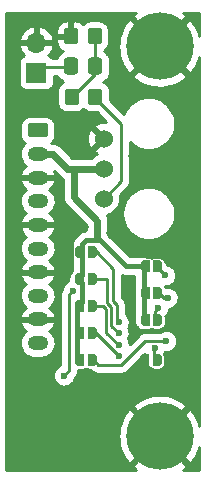
<source format=gbl>
G04 #@! TF.GenerationSoftware,KiCad,Pcbnew,(6.0.1)*
G04 #@! TF.CreationDate,2022-07-05T00:42:15-07:00*
G04 #@! TF.ProjectId,mu100-dit,6d753130-302d-4646-9974-2e6b69636164,rev?*
G04 #@! TF.SameCoordinates,PX4a25ef0PY4c3f880*
G04 #@! TF.FileFunction,Copper,L2,Bot*
G04 #@! TF.FilePolarity,Positive*
%FSLAX46Y46*%
G04 Gerber Fmt 4.6, Leading zero omitted, Abs format (unit mm)*
G04 Created by KiCad (PCBNEW (6.0.1)) date 2022-07-05 00:42:15*
%MOMM*%
%LPD*%
G01*
G04 APERTURE LIST*
G04 Aperture macros list*
%AMRoundRect*
0 Rectangle with rounded corners*
0 $1 Rounding radius*
0 $2 $3 $4 $5 $6 $7 $8 $9 X,Y pos of 4 corners*
0 Add a 4 corners polygon primitive as box body*
4,1,4,$2,$3,$4,$5,$6,$7,$8,$9,$2,$3,0*
0 Add four circle primitives for the rounded corners*
1,1,$1+$1,$2,$3*
1,1,$1+$1,$4,$5*
1,1,$1+$1,$6,$7*
1,1,$1+$1,$8,$9*
0 Add four rect primitives between the rounded corners*
20,1,$1+$1,$2,$3,$4,$5,0*
20,1,$1+$1,$4,$5,$6,$7,0*
20,1,$1+$1,$6,$7,$8,$9,0*
20,1,$1+$1,$8,$9,$2,$3,0*%
%AMFreePoly0*
4,1,13,0.500000,-0.500000,0.000000,-0.500000,-0.095671,-0.480970,-0.176777,-0.426777,-0.230970,-0.345671,-0.250000,-0.250000,-0.250000,0.250000,-0.230970,0.345671,-0.176777,0.426777,-0.095671,0.480970,0.000000,0.500000,0.500000,0.500000,0.500000,-0.500000,0.500000,-0.500000,$1*%
G04 Aperture macros list end*
G04 #@! TA.AperFunction,ComponentPad*
%ADD10RoundRect,0.250000X-0.625000X0.350000X-0.625000X-0.350000X0.625000X-0.350000X0.625000X0.350000X0*%
G04 #@! TD*
G04 #@! TA.AperFunction,ComponentPad*
%ADD11O,1.750000X1.200000*%
G04 #@! TD*
G04 #@! TA.AperFunction,ConnectorPad*
%ADD12C,5.700000*%
G04 #@! TD*
G04 #@! TA.AperFunction,ComponentPad*
%ADD13C,3.600000*%
G04 #@! TD*
G04 #@! TA.AperFunction,ComponentPad*
%ADD14C,1.524000*%
G04 #@! TD*
G04 #@! TA.AperFunction,ComponentPad*
%ADD15R,1.700000X1.700000*%
G04 #@! TD*
G04 #@! TA.AperFunction,ComponentPad*
%ADD16O,1.700000X1.700000*%
G04 #@! TD*
G04 #@! TA.AperFunction,SMDPad,CuDef*
%ADD17FreePoly0,0.000000*%
G04 #@! TD*
G04 #@! TA.AperFunction,SMDPad,CuDef*
%ADD18FreePoly0,180.000000*%
G04 #@! TD*
G04 #@! TA.AperFunction,SMDPad,CuDef*
%ADD19RoundRect,0.250000X0.350000X0.450000X-0.350000X0.450000X-0.350000X-0.450000X0.350000X-0.450000X0*%
G04 #@! TD*
G04 #@! TA.AperFunction,SMDPad,CuDef*
%ADD20RoundRect,0.250000X-0.350000X-0.450000X0.350000X-0.450000X0.350000X0.450000X-0.350000X0.450000X0*%
G04 #@! TD*
G04 #@! TA.AperFunction,SMDPad,CuDef*
%ADD21RoundRect,0.250000X0.337500X0.475000X-0.337500X0.475000X-0.337500X-0.475000X0.337500X-0.475000X0*%
G04 #@! TD*
G04 #@! TA.AperFunction,ViaPad*
%ADD22C,0.800000*%
G04 #@! TD*
G04 #@! TA.AperFunction,ViaPad*
%ADD23C,0.600000*%
G04 #@! TD*
G04 #@! TA.AperFunction,Conductor*
%ADD24C,0.250000*%
G04 #@! TD*
G04 #@! TA.AperFunction,Conductor*
%ADD25C,0.600000*%
G04 #@! TD*
G04 #@! TA.AperFunction,Conductor*
%ADD26C,0.400000*%
G04 #@! TD*
G04 #@! TA.AperFunction,Conductor*
%ADD27C,0.254000*%
G04 #@! TD*
G04 APERTURE END LIST*
D10*
X3280000Y-10620000D03*
D11*
X3280000Y-12620000D03*
X3280000Y-14620000D03*
X3280000Y-16620000D03*
X3280000Y-18620000D03*
X3280000Y-20620000D03*
X3280000Y-22620000D03*
X3280000Y-24620000D03*
X3280000Y-26620000D03*
X3280000Y-28620000D03*
D12*
X13600000Y-3500000D03*
D13*
X13600000Y-3500000D03*
D14*
X8870000Y-11310000D03*
X8870000Y-13850000D03*
X8870000Y-16390000D03*
D12*
X13600000Y-36500000D03*
D13*
X13600000Y-36500000D03*
D15*
X3160000Y-5723000D03*
D16*
X3160000Y-3183000D03*
D17*
X6710000Y-25490000D03*
D18*
X8010000Y-25490000D03*
D19*
X8150000Y-7758000D03*
X6150000Y-7758000D03*
D17*
X6710000Y-30080000D03*
D18*
X8010000Y-30080000D03*
D17*
X6710000Y-23195000D03*
D18*
X8010000Y-23195000D03*
D17*
X12280000Y-22115000D03*
D18*
X13580000Y-22115000D03*
D17*
X6710000Y-20870000D03*
D18*
X8010000Y-20870000D03*
D17*
X12280000Y-24410000D03*
D18*
X13580000Y-24410000D03*
D17*
X12230000Y-30080000D03*
D18*
X13530000Y-30080000D03*
D20*
X6100000Y-2638000D03*
X8100000Y-2638000D03*
D21*
X8167500Y-5198000D03*
X6092500Y-5198000D03*
D17*
X12280000Y-26705000D03*
D18*
X13580000Y-26705000D03*
D17*
X6710000Y-27785000D03*
D18*
X8010000Y-27785000D03*
D22*
X9450000Y-19330000D03*
X5100000Y-14930000D03*
X6310000Y-12590000D03*
X9910000Y-7970000D03*
X11320000Y-15400000D03*
X7220000Y-18800000D03*
X11380000Y-12750000D03*
X8250000Y-9680000D03*
D23*
X5510000Y-31370000D03*
X6266400Y-24185200D03*
X10139978Y-26877600D03*
X10127200Y-27792000D03*
X10135439Y-28799761D03*
X10127200Y-29722400D03*
X13480000Y-25633000D03*
X14287242Y-24786927D03*
X14089600Y-22889800D03*
X13175200Y-29051500D03*
X14165800Y-28427000D03*
D24*
X8100000Y-5808000D02*
X8100000Y-2638000D01*
X6150000Y-7758000D02*
X8100000Y-5808000D01*
X9040000Y-11310000D02*
X8870000Y-11310000D01*
D25*
X6340000Y-14280000D02*
X6340000Y-16255000D01*
X6340000Y-16255000D02*
X8330000Y-18245000D01*
D26*
X7020000Y-22885000D02*
X7020000Y-20265704D01*
D25*
X5780000Y-13850000D02*
X8870000Y-13850000D01*
D26*
X7020000Y-25180000D02*
X7020000Y-23505000D01*
X6710000Y-23195000D02*
X7020000Y-22885000D01*
D25*
X3280000Y-12620000D02*
X4550000Y-12620000D01*
D26*
X7375704Y-19910000D02*
X8540000Y-19910000D01*
X6710000Y-25490000D02*
X7020000Y-25180000D01*
X8540000Y-19910000D02*
X10735000Y-22105000D01*
X10735000Y-22105000D02*
X12280000Y-22105000D01*
X6692500Y-30070000D02*
X6610000Y-29987500D01*
X7020000Y-23505000D02*
X6710000Y-23195000D01*
X6610000Y-30080000D02*
X6630000Y-30100000D01*
X7020000Y-20265704D02*
X7375704Y-19910000D01*
D25*
X4550000Y-12620000D02*
X5780000Y-13850000D01*
D26*
X6610000Y-29987500D02*
X6610000Y-25490000D01*
X12280000Y-22105000D02*
X12280000Y-26705000D01*
D25*
X8330000Y-18250000D02*
X8330000Y-19790000D01*
D24*
X5950000Y-30930000D02*
X5510000Y-31370000D01*
X5950000Y-24501600D02*
X5950000Y-30930000D01*
X6266400Y-24185200D02*
X5950000Y-24501600D01*
X9690000Y-25088565D02*
X9690000Y-22372500D01*
X9964998Y-26702620D02*
X9964998Y-25363563D01*
X9964998Y-25363563D02*
X9690000Y-25088565D01*
X9690000Y-22372500D02*
X8177500Y-20860000D01*
X10139978Y-26877600D02*
X9964998Y-26702620D01*
X9115000Y-23185000D02*
X8147500Y-23185000D01*
X9170480Y-23240480D02*
X9115000Y-23185000D01*
X9170480Y-25204762D02*
X9170480Y-23240480D01*
X10127200Y-27792000D02*
X9515478Y-27180278D01*
X9515478Y-25549761D02*
X9170480Y-25204762D01*
X9515478Y-27180278D02*
X9515478Y-25549761D01*
X8810000Y-25480000D02*
X8257500Y-25480000D01*
X9065958Y-27730280D02*
X9065958Y-25735958D01*
X10135439Y-28799761D02*
X9065958Y-27730280D01*
X9065958Y-25735958D02*
X8810000Y-25480000D01*
X10127200Y-29674700D02*
X8227500Y-27775000D01*
X10127200Y-29722400D02*
X10127200Y-29674700D01*
X10340000Y-14920000D02*
X10340000Y-10090000D01*
X10340000Y-10090000D02*
X7960000Y-7710000D01*
X8870000Y-16390000D02*
X10340000Y-14920000D01*
X13480000Y-25633000D02*
X13197500Y-25915500D01*
X13197500Y-25915500D02*
X13197500Y-26695000D01*
X14287242Y-24786927D02*
X13956927Y-24786927D01*
X13956927Y-24786927D02*
X13570000Y-24400000D01*
X14089600Y-22859600D02*
X13335000Y-22105000D01*
X14089600Y-22889800D02*
X14089600Y-22859600D01*
X13175200Y-29051500D02*
X13147500Y-29079200D01*
X13147500Y-29079200D02*
X13147500Y-30070000D01*
X10355800Y-30459000D02*
X8389000Y-30459000D01*
X8389000Y-30459000D02*
X8010000Y-30080000D01*
X12387800Y-28427000D02*
X10355800Y-30459000D01*
X14165800Y-28427000D02*
X12387800Y-28427000D01*
X5562500Y-5210000D02*
X3673000Y-5210000D01*
X3673000Y-5210000D02*
X3148000Y-5735000D01*
D27*
X11353366Y-830911D02*
X11342956Y-839707D01*
X11323004Y-858509D01*
X11287146Y-919785D01*
X11290108Y-990719D01*
X11320323Y-1039303D01*
X13510905Y-3229885D01*
X13573217Y-3263911D01*
X13644032Y-3258846D01*
X13689095Y-3229885D01*
X15880073Y-1038907D01*
X15914099Y-976595D01*
X15909034Y-905780D01*
X15877713Y-858417D01*
X15866318Y-847603D01*
X15855937Y-838768D01*
X15587140Y-634000D01*
X16966000Y-634000D01*
X16966000Y-2600316D01*
X16908698Y-2393690D01*
X16904352Y-2380774D01*
X16769865Y-2042823D01*
X16764148Y-2030452D01*
X16593949Y-1709003D01*
X16586931Y-1697322D01*
X16383012Y-1396134D01*
X16374772Y-1385279D01*
X16243419Y-1230392D01*
X16184105Y-1191375D01*
X16113112Y-1190620D01*
X16058228Y-1222792D01*
X13870115Y-3410905D01*
X13836089Y-3473217D01*
X13841154Y-3544032D01*
X13870115Y-3589095D01*
X16058180Y-5777160D01*
X16120492Y-5811186D01*
X16191307Y-5806121D01*
X16242800Y-5770230D01*
X16359941Y-5634042D01*
X16368256Y-5623244D01*
X16574273Y-5323487D01*
X16581373Y-5311855D01*
X16753812Y-4991602D01*
X16759615Y-4979271D01*
X16896458Y-4642268D01*
X16900894Y-4629383D01*
X16966000Y-4400826D01*
X16966000Y-35600316D01*
X16908698Y-35393690D01*
X16904352Y-35380774D01*
X16769865Y-35042823D01*
X16764148Y-35030452D01*
X16593949Y-34709003D01*
X16586931Y-34697322D01*
X16383012Y-34396134D01*
X16374772Y-34385279D01*
X16243419Y-34230392D01*
X16184105Y-34191375D01*
X16113112Y-34190620D01*
X16058228Y-34222792D01*
X13870115Y-36410905D01*
X13836089Y-36473217D01*
X13841154Y-36544032D01*
X13870115Y-36589095D01*
X16058180Y-38777160D01*
X16120492Y-38811186D01*
X16191307Y-38806121D01*
X16242800Y-38770230D01*
X16359941Y-38634042D01*
X16368256Y-38623244D01*
X16574273Y-38323487D01*
X16581373Y-38311855D01*
X16753812Y-37991602D01*
X16759615Y-37979271D01*
X16896458Y-37642268D01*
X16900894Y-37629383D01*
X16966000Y-37400826D01*
X16966000Y-39366000D01*
X15585466Y-39366000D01*
X15837304Y-39176915D01*
X15847744Y-39168155D01*
X15876308Y-39141425D01*
X15912380Y-39080275D01*
X15909665Y-39009330D01*
X15879310Y-38960330D01*
X13689095Y-36770115D01*
X13626783Y-36736089D01*
X13555968Y-36741154D01*
X13510905Y-36770115D01*
X11319502Y-38961518D01*
X11285476Y-39023830D01*
X11290541Y-39094645D01*
X11321555Y-39141716D01*
X11324449Y-39144481D01*
X11334787Y-39153340D01*
X11611930Y-39366000D01*
X634000Y-39366000D01*
X634000Y-36494636D01*
X10111249Y-36494636D01*
X10129651Y-36857897D01*
X10131076Y-36871450D01*
X10188603Y-37230599D01*
X10191483Y-37243919D01*
X10287460Y-37594754D01*
X10291761Y-37607685D01*
X10425068Y-37946103D01*
X10430741Y-37958494D01*
X10599816Y-38280535D01*
X10606794Y-38292241D01*
X10809661Y-38594139D01*
X10817863Y-38605023D01*
X10956231Y-38769339D01*
X11015410Y-38808562D01*
X11086399Y-38809564D01*
X11141706Y-38777274D01*
X13329885Y-36589095D01*
X13363911Y-36526783D01*
X13358846Y-36455968D01*
X13329885Y-36410905D01*
X11141810Y-34222830D01*
X11079498Y-34188804D01*
X11008683Y-34193869D01*
X10956903Y-34230095D01*
X10832626Y-34375606D01*
X10824350Y-34386432D01*
X10619380Y-34686906D01*
X10612320Y-34698563D01*
X10441001Y-35019417D01*
X10435242Y-35031767D01*
X10299576Y-35369245D01*
X10295184Y-35382146D01*
X10196759Y-35732303D01*
X10193786Y-35745603D01*
X10133754Y-36104342D01*
X10132235Y-36117885D01*
X10111297Y-36481008D01*
X10111249Y-36494636D01*
X634000Y-36494636D01*
X634000Y-33919785D01*
X11287146Y-33919785D01*
X11290108Y-33990719D01*
X11320323Y-34039303D01*
X13510905Y-36229885D01*
X13573217Y-36263911D01*
X13644032Y-36258846D01*
X13689095Y-36229885D01*
X15880073Y-34038907D01*
X15914099Y-33976595D01*
X15909034Y-33905780D01*
X15877713Y-33858417D01*
X15866318Y-33847603D01*
X15855937Y-33838768D01*
X15566602Y-33618354D01*
X15555331Y-33610694D01*
X15243884Y-33422817D01*
X15231852Y-33416419D01*
X14901936Y-33263277D01*
X14889282Y-33258216D01*
X14544756Y-33141601D01*
X14531630Y-33137937D01*
X14176525Y-33059212D01*
X14163080Y-33056986D01*
X13801550Y-33017073D01*
X13787944Y-33016312D01*
X13424218Y-33015677D01*
X13410609Y-33016390D01*
X13048941Y-33055041D01*
X13035488Y-33057220D01*
X12680111Y-33134705D01*
X12666973Y-33138324D01*
X12322042Y-33253736D01*
X12309371Y-33258753D01*
X11978922Y-33410742D01*
X11966867Y-33417098D01*
X11654766Y-33603887D01*
X11643468Y-33611508D01*
X11353366Y-33830911D01*
X11342956Y-33839707D01*
X11323004Y-33858509D01*
X11287146Y-33919785D01*
X634000Y-33919785D01*
X634000Y-28571430D01*
X1766922Y-28571430D01*
X1776702Y-28782725D01*
X1780074Y-28806420D01*
X1829632Y-29012055D01*
X1837424Y-29034685D01*
X1924973Y-29227238D01*
X1936904Y-29247987D01*
X2059284Y-29420511D01*
X2074923Y-29438629D01*
X2227719Y-29584899D01*
X2246502Y-29599733D01*
X2424200Y-29714472D01*
X2445450Y-29725486D01*
X2641639Y-29804552D01*
X2664587Y-29811350D01*
X2872187Y-29851892D01*
X2890183Y-29854078D01*
X2895745Y-29854350D01*
X2901899Y-29854500D01*
X3607846Y-29854500D01*
X3619813Y-29853930D01*
X3777533Y-29838882D01*
X3801035Y-29834357D01*
X4004003Y-29774813D01*
X4026226Y-29765924D01*
X4214272Y-29669074D01*
X4234413Y-29656144D01*
X4400753Y-29525482D01*
X4418085Y-29508976D01*
X4556717Y-29349217D01*
X4570616Y-29329732D01*
X4676537Y-29146641D01*
X4686501Y-29124879D01*
X4755889Y-28925062D01*
X4761557Y-28901809D01*
X4791909Y-28692476D01*
X4793078Y-28668570D01*
X4783298Y-28457275D01*
X4779926Y-28433580D01*
X4730368Y-28227945D01*
X4722576Y-28205315D01*
X4635027Y-28012762D01*
X4623096Y-27992013D01*
X4500716Y-27819489D01*
X4485077Y-27801371D01*
X4332281Y-27655101D01*
X4313498Y-27640267D01*
X4280742Y-27619116D01*
X4400407Y-27525118D01*
X4417739Y-27508613D01*
X4556308Y-27348927D01*
X4570207Y-27329441D01*
X4676080Y-27146432D01*
X4686044Y-27124670D01*
X4755401Y-26924943D01*
X4761070Y-26901685D01*
X4762463Y-26892075D01*
X4752440Y-26821790D01*
X4706009Y-26768081D01*
X4637766Y-26748000D01*
X1926483Y-26748000D01*
X1858362Y-26768002D01*
X1811869Y-26821658D01*
X1801765Y-26891932D01*
X1803990Y-26903521D01*
X1830107Y-27011891D01*
X1837899Y-27034521D01*
X1925408Y-27226988D01*
X1937339Y-27247737D01*
X2059664Y-27420183D01*
X2075303Y-27438301D01*
X2228030Y-27584505D01*
X2246813Y-27599339D01*
X2279230Y-27620270D01*
X2159247Y-27714518D01*
X2141915Y-27731024D01*
X2003283Y-27890783D01*
X1989384Y-27910268D01*
X1883463Y-28093359D01*
X1873499Y-28115121D01*
X1804111Y-28314938D01*
X1798443Y-28338191D01*
X1768091Y-28547524D01*
X1766922Y-28571430D01*
X634000Y-28571430D01*
X634000Y-24571430D01*
X1766922Y-24571430D01*
X1776702Y-24782725D01*
X1780074Y-24806420D01*
X1829632Y-25012055D01*
X1837424Y-25034685D01*
X1924973Y-25227238D01*
X1936904Y-25247987D01*
X2059284Y-25420511D01*
X2074923Y-25438629D01*
X2227719Y-25584899D01*
X2246502Y-25599733D01*
X2279258Y-25620884D01*
X2159593Y-25714882D01*
X2142261Y-25731387D01*
X2003692Y-25891073D01*
X1989793Y-25910559D01*
X1883920Y-26093568D01*
X1873956Y-26115330D01*
X1804599Y-26315057D01*
X1798930Y-26338315D01*
X1797537Y-26347925D01*
X1807560Y-26418210D01*
X1853991Y-26471919D01*
X1922234Y-26492000D01*
X4633517Y-26492000D01*
X4701638Y-26471998D01*
X4748131Y-26418342D01*
X4758235Y-26348068D01*
X4756010Y-26336479D01*
X4729893Y-26228109D01*
X4722101Y-26205479D01*
X4634592Y-26013012D01*
X4622661Y-25992263D01*
X4500336Y-25819817D01*
X4484697Y-25801699D01*
X4331970Y-25655495D01*
X4313187Y-25640661D01*
X4280770Y-25619730D01*
X4400753Y-25525482D01*
X4418085Y-25508976D01*
X4556717Y-25349217D01*
X4570616Y-25329732D01*
X4676537Y-25146641D01*
X4686501Y-25124879D01*
X4755889Y-24925062D01*
X4761557Y-24901809D01*
X4791909Y-24692476D01*
X4793078Y-24668570D01*
X4783298Y-24457275D01*
X4779926Y-24433580D01*
X4730368Y-24227945D01*
X4722576Y-24205315D01*
X4635027Y-24012762D01*
X4623096Y-23992013D01*
X4500716Y-23819489D01*
X4485077Y-23801371D01*
X4332281Y-23655101D01*
X4313498Y-23640267D01*
X4280742Y-23619116D01*
X4400407Y-23525118D01*
X4417739Y-23508613D01*
X4556308Y-23348927D01*
X4570207Y-23329441D01*
X4676080Y-23146432D01*
X4686044Y-23124670D01*
X4755401Y-22924943D01*
X4761070Y-22901685D01*
X4762463Y-22892075D01*
X4752440Y-22821790D01*
X4706009Y-22768081D01*
X4637766Y-22748000D01*
X1926483Y-22748000D01*
X1858362Y-22768002D01*
X1811869Y-22821658D01*
X1801765Y-22891932D01*
X1803990Y-22903521D01*
X1830107Y-23011891D01*
X1837899Y-23034521D01*
X1925408Y-23226988D01*
X1937339Y-23247737D01*
X2059664Y-23420183D01*
X2075303Y-23438301D01*
X2228030Y-23584505D01*
X2246813Y-23599339D01*
X2279230Y-23620270D01*
X2159247Y-23714518D01*
X2141915Y-23731024D01*
X2003283Y-23890783D01*
X1989384Y-23910268D01*
X1883463Y-24093359D01*
X1873499Y-24115121D01*
X1804111Y-24314938D01*
X1798443Y-24338191D01*
X1768091Y-24547524D01*
X1766922Y-24571430D01*
X634000Y-24571430D01*
X634000Y-20571430D01*
X1766922Y-20571430D01*
X1776702Y-20782725D01*
X1780074Y-20806420D01*
X1829632Y-21012055D01*
X1837424Y-21034685D01*
X1924973Y-21227238D01*
X1936904Y-21247987D01*
X2059284Y-21420511D01*
X2074923Y-21438629D01*
X2227719Y-21584899D01*
X2246502Y-21599733D01*
X2279258Y-21620884D01*
X2159593Y-21714882D01*
X2142261Y-21731387D01*
X2003692Y-21891073D01*
X1989793Y-21910559D01*
X1883920Y-22093568D01*
X1873956Y-22115330D01*
X1804599Y-22315057D01*
X1798930Y-22338315D01*
X1797537Y-22347925D01*
X1807560Y-22418210D01*
X1853991Y-22471919D01*
X1922234Y-22492000D01*
X4633517Y-22492000D01*
X4701638Y-22471998D01*
X4748131Y-22418342D01*
X4758235Y-22348068D01*
X4756010Y-22336479D01*
X4729893Y-22228109D01*
X4722101Y-22205479D01*
X4634592Y-22013012D01*
X4622661Y-21992263D01*
X4500336Y-21819817D01*
X4484697Y-21801699D01*
X4331970Y-21655495D01*
X4313187Y-21640661D01*
X4280770Y-21619730D01*
X4400753Y-21525482D01*
X4418085Y-21508976D01*
X4556717Y-21349217D01*
X4570616Y-21329732D01*
X4676537Y-21146641D01*
X4686501Y-21124879D01*
X4755889Y-20925062D01*
X4761557Y-20901809D01*
X4791909Y-20692476D01*
X4793078Y-20668570D01*
X4783298Y-20457275D01*
X4779926Y-20433580D01*
X4730368Y-20227945D01*
X4722576Y-20205315D01*
X4635027Y-20012762D01*
X4623096Y-19992013D01*
X4500716Y-19819489D01*
X4485077Y-19801371D01*
X4332281Y-19655101D01*
X4313498Y-19640267D01*
X4280742Y-19619116D01*
X4400407Y-19525118D01*
X4417739Y-19508613D01*
X4556308Y-19348927D01*
X4570207Y-19329441D01*
X4676080Y-19146432D01*
X4686044Y-19124670D01*
X4755401Y-18924943D01*
X4761070Y-18901685D01*
X4762463Y-18892075D01*
X4752440Y-18821790D01*
X4706009Y-18768081D01*
X4637766Y-18748000D01*
X1926483Y-18748000D01*
X1858362Y-18768002D01*
X1811869Y-18821658D01*
X1801765Y-18891932D01*
X1803990Y-18903521D01*
X1830107Y-19011891D01*
X1837899Y-19034521D01*
X1925408Y-19226988D01*
X1937339Y-19247737D01*
X2059664Y-19420183D01*
X2075303Y-19438301D01*
X2228030Y-19584505D01*
X2246813Y-19599339D01*
X2279230Y-19620270D01*
X2159247Y-19714518D01*
X2141915Y-19731024D01*
X2003283Y-19890783D01*
X1989384Y-19910268D01*
X1883463Y-20093359D01*
X1873499Y-20115121D01*
X1804111Y-20314938D01*
X1798443Y-20338191D01*
X1768091Y-20547524D01*
X1766922Y-20571430D01*
X634000Y-20571430D01*
X634000Y-16571430D01*
X1766922Y-16571430D01*
X1776702Y-16782725D01*
X1780074Y-16806420D01*
X1829632Y-17012055D01*
X1837424Y-17034685D01*
X1924973Y-17227238D01*
X1936904Y-17247987D01*
X2059284Y-17420511D01*
X2074923Y-17438629D01*
X2227719Y-17584899D01*
X2246502Y-17599733D01*
X2279258Y-17620884D01*
X2159593Y-17714882D01*
X2142261Y-17731387D01*
X2003692Y-17891073D01*
X1989793Y-17910559D01*
X1883920Y-18093568D01*
X1873956Y-18115330D01*
X1804599Y-18315057D01*
X1798930Y-18338315D01*
X1797537Y-18347925D01*
X1807560Y-18418210D01*
X1853991Y-18471919D01*
X1922234Y-18492000D01*
X4633517Y-18492000D01*
X4701638Y-18471998D01*
X4748131Y-18418342D01*
X4758235Y-18348068D01*
X4756010Y-18336479D01*
X4729893Y-18228109D01*
X4722101Y-18205479D01*
X4634592Y-18013012D01*
X4622661Y-17992263D01*
X4500336Y-17819817D01*
X4484697Y-17801699D01*
X4331970Y-17655495D01*
X4313187Y-17640661D01*
X4280770Y-17619730D01*
X4400753Y-17525482D01*
X4418085Y-17508976D01*
X4556717Y-17349217D01*
X4570616Y-17329732D01*
X4676537Y-17146641D01*
X4686501Y-17124879D01*
X4755889Y-16925062D01*
X4761557Y-16901809D01*
X4791909Y-16692476D01*
X4793078Y-16668570D01*
X4783298Y-16457275D01*
X4779926Y-16433580D01*
X4730368Y-16227945D01*
X4722576Y-16205315D01*
X4635027Y-16012762D01*
X4623096Y-15992013D01*
X4500716Y-15819489D01*
X4485077Y-15801371D01*
X4332281Y-15655101D01*
X4313498Y-15640267D01*
X4280742Y-15619116D01*
X4400407Y-15525118D01*
X4417739Y-15508613D01*
X4556308Y-15348927D01*
X4570207Y-15329441D01*
X4676080Y-15146432D01*
X4686044Y-15124670D01*
X4755401Y-14924943D01*
X4761070Y-14901685D01*
X4762463Y-14892075D01*
X4752440Y-14821790D01*
X4706009Y-14768081D01*
X4637766Y-14748000D01*
X1926483Y-14748000D01*
X1858362Y-14768002D01*
X1811869Y-14821658D01*
X1801765Y-14891932D01*
X1803990Y-14903521D01*
X1830107Y-15011891D01*
X1837899Y-15034521D01*
X1925408Y-15226988D01*
X1937339Y-15247737D01*
X2059664Y-15420183D01*
X2075303Y-15438301D01*
X2228030Y-15584505D01*
X2246813Y-15599339D01*
X2279230Y-15620270D01*
X2159247Y-15714518D01*
X2141915Y-15731024D01*
X2003283Y-15890783D01*
X1989384Y-15910268D01*
X1883463Y-16093359D01*
X1873499Y-16115121D01*
X1804111Y-16314938D01*
X1798443Y-16338191D01*
X1768091Y-16547524D01*
X1766922Y-16571430D01*
X634000Y-16571430D01*
X634000Y-6621134D01*
X1675500Y-6621134D01*
X1676237Y-6634742D01*
X1682992Y-6696924D01*
X1690273Y-6727546D01*
X1741403Y-6863935D01*
X1758559Y-6895270D01*
X1845913Y-7011826D01*
X1871174Y-7037087D01*
X1987730Y-7124441D01*
X2019065Y-7141597D01*
X2155454Y-7192727D01*
X2186076Y-7200008D01*
X2248258Y-7206763D01*
X2261866Y-7207500D01*
X4058134Y-7207500D01*
X4071742Y-7206763D01*
X4133924Y-7200008D01*
X4164546Y-7192727D01*
X4300935Y-7141597D01*
X4332270Y-7124441D01*
X4448826Y-7037087D01*
X4474087Y-7011826D01*
X4561441Y-6895270D01*
X4578597Y-6863935D01*
X4629727Y-6727546D01*
X4637008Y-6696924D01*
X4643763Y-6634742D01*
X4644500Y-6621134D01*
X4644500Y-5969500D01*
X4921466Y-5969500D01*
X4943927Y-6036822D01*
X4956306Y-6063249D01*
X5049378Y-6213651D01*
X5067504Y-6236521D01*
X5192679Y-6361478D01*
X5215581Y-6379565D01*
X5366146Y-6472375D01*
X5392595Y-6484708D01*
X5433381Y-6498236D01*
X5409751Y-6509306D01*
X5259349Y-6602378D01*
X5236479Y-6620504D01*
X5111522Y-6745679D01*
X5093435Y-6768581D01*
X5000625Y-6919146D01*
X4988292Y-6945595D01*
X4932610Y-7113472D01*
X4926859Y-7140296D01*
X4916156Y-7244757D01*
X4915500Y-7257600D01*
X4915500Y-8258400D01*
X4916173Y-8271404D01*
X4927147Y-8377170D01*
X4932950Y-8404042D01*
X4988926Y-8571822D01*
X5001306Y-8598249D01*
X5094378Y-8748651D01*
X5112504Y-8771521D01*
X5237679Y-8896478D01*
X5260581Y-8914565D01*
X5411146Y-9007375D01*
X5437595Y-9019708D01*
X5605472Y-9075390D01*
X5632296Y-9081141D01*
X5736757Y-9091844D01*
X5749600Y-9092500D01*
X6550400Y-9092500D01*
X6563404Y-9091827D01*
X6669170Y-9080853D01*
X6696042Y-9075050D01*
X6863822Y-9019074D01*
X6890249Y-9006694D01*
X7040651Y-8913622D01*
X7063521Y-8895496D01*
X7149957Y-8808909D01*
X7237679Y-8896478D01*
X7260581Y-8914565D01*
X7411146Y-9007375D01*
X7437595Y-9019708D01*
X7605472Y-9075390D01*
X7632296Y-9081141D01*
X7736757Y-9091844D01*
X7749600Y-9092500D01*
X8268406Y-9092500D01*
X9105447Y-9929541D01*
X9102358Y-9928996D01*
X8880982Y-9909628D01*
X8859018Y-9909628D01*
X8637642Y-9928996D01*
X8616013Y-9932810D01*
X8401364Y-9990325D01*
X8380725Y-9997837D01*
X8179325Y-10091752D01*
X8160306Y-10102733D01*
X8097126Y-10146971D01*
X8052796Y-10202428D01*
X8045486Y-10273047D01*
X8080300Y-10339280D01*
X9051020Y-11310000D01*
X8080300Y-12280720D01*
X8046274Y-12343032D01*
X8051339Y-12413847D01*
X8097125Y-12473028D01*
X8160304Y-12517266D01*
X8179324Y-12528248D01*
X8289715Y-12579724D01*
X8179074Y-12631317D01*
X8160053Y-12642299D01*
X7977948Y-12769810D01*
X7961124Y-12783928D01*
X7829552Y-12915500D01*
X6167082Y-12915500D01*
X5217329Y-11965747D01*
X5154252Y-11901335D01*
X5132484Y-11883582D01*
X5096050Y-11860102D01*
X5062165Y-11833052D01*
X5038395Y-11818083D01*
X5008201Y-11803487D01*
X4980018Y-11785324D01*
X4954858Y-11772834D01*
X4914122Y-11758007D01*
X4875089Y-11739138D01*
X4848595Y-11729808D01*
X4815917Y-11722264D01*
X4784410Y-11710796D01*
X4757106Y-11704190D01*
X4714091Y-11698756D01*
X4671860Y-11689006D01*
X4643955Y-11685777D01*
X4603385Y-11685635D01*
X4601231Y-11685500D01*
X4564581Y-11685500D01*
X4462570Y-11685144D01*
X4459293Y-11685500D01*
X4429688Y-11685500D01*
X4445651Y-11675622D01*
X4468521Y-11657496D01*
X4593478Y-11532321D01*
X4611565Y-11509419D01*
X4704375Y-11358854D01*
X4716708Y-11332405D01*
X4720497Y-11320982D01*
X7469628Y-11320982D01*
X7488996Y-11542358D01*
X7492810Y-11563987D01*
X7550325Y-11778636D01*
X7557837Y-11799275D01*
X7651752Y-12000675D01*
X7662733Y-12019694D01*
X7706971Y-12082874D01*
X7762428Y-12127204D01*
X7833047Y-12134514D01*
X7899280Y-12099700D01*
X8599885Y-11399095D01*
X8633911Y-11336783D01*
X8628846Y-11265968D01*
X8599885Y-11220905D01*
X7899280Y-10520300D01*
X7836968Y-10486274D01*
X7766153Y-10491339D01*
X7706971Y-10537126D01*
X7662733Y-10600306D01*
X7651752Y-10619325D01*
X7557837Y-10820725D01*
X7550325Y-10841364D01*
X7492810Y-11056013D01*
X7488996Y-11077642D01*
X7469628Y-11299018D01*
X7469628Y-11320982D01*
X4720497Y-11320982D01*
X4772390Y-11164528D01*
X4778141Y-11137704D01*
X4788844Y-11033243D01*
X4789500Y-11020400D01*
X4789500Y-10219600D01*
X4788827Y-10206596D01*
X4777853Y-10100830D01*
X4772050Y-10073958D01*
X4716074Y-9906178D01*
X4703694Y-9879751D01*
X4610622Y-9729349D01*
X4592496Y-9706479D01*
X4467321Y-9581522D01*
X4444419Y-9563435D01*
X4293854Y-9470625D01*
X4267405Y-9458292D01*
X4099528Y-9402610D01*
X4072704Y-9396859D01*
X3968243Y-9386156D01*
X3955400Y-9385500D01*
X2604600Y-9385500D01*
X2591596Y-9386173D01*
X2485830Y-9397147D01*
X2458958Y-9402950D01*
X2291178Y-9458926D01*
X2264751Y-9471306D01*
X2114349Y-9564378D01*
X2091479Y-9582504D01*
X1966522Y-9707679D01*
X1948435Y-9730581D01*
X1855625Y-9881146D01*
X1843292Y-9907595D01*
X1787610Y-10075472D01*
X1781859Y-10102296D01*
X1771156Y-10206757D01*
X1770500Y-10219600D01*
X1770500Y-11020400D01*
X1771173Y-11033404D01*
X1782147Y-11139170D01*
X1787950Y-11166042D01*
X1843926Y-11333822D01*
X1856306Y-11360249D01*
X1949378Y-11510651D01*
X1967504Y-11533521D01*
X2092679Y-11658478D01*
X2115581Y-11676565D01*
X2167120Y-11708334D01*
X2159247Y-11714518D01*
X2141915Y-11731024D01*
X2003283Y-11890783D01*
X1989384Y-11910268D01*
X1883463Y-12093359D01*
X1873499Y-12115121D01*
X1804111Y-12314938D01*
X1798443Y-12338191D01*
X1768091Y-12547524D01*
X1766922Y-12571430D01*
X1776702Y-12782725D01*
X1780074Y-12806420D01*
X1829632Y-13012055D01*
X1837424Y-13034685D01*
X1924973Y-13227238D01*
X1936904Y-13247987D01*
X2059284Y-13420511D01*
X2074923Y-13438629D01*
X2227719Y-13584899D01*
X2246502Y-13599733D01*
X2279258Y-13620884D01*
X2159593Y-13714882D01*
X2142261Y-13731387D01*
X2003692Y-13891073D01*
X1989793Y-13910559D01*
X1883920Y-14093568D01*
X1873956Y-14115330D01*
X1804599Y-14315057D01*
X1798930Y-14338315D01*
X1797537Y-14347925D01*
X1807560Y-14418210D01*
X1853991Y-14471919D01*
X1922234Y-14492000D01*
X4633517Y-14492000D01*
X4701638Y-14471998D01*
X4748131Y-14418342D01*
X4758235Y-14348068D01*
X4756010Y-14336479D01*
X4729893Y-14228109D01*
X4722101Y-14205479D01*
X4645566Y-14037149D01*
X5112624Y-14504206D01*
X5175747Y-14568665D01*
X5197516Y-14586419D01*
X5233959Y-14609905D01*
X5267834Y-14636947D01*
X5291605Y-14651917D01*
X5321799Y-14666513D01*
X5349982Y-14684676D01*
X5375142Y-14697166D01*
X5405500Y-14708216D01*
X5405500Y-16245786D01*
X5404556Y-16335901D01*
X5407395Y-16363848D01*
X5416555Y-16406213D01*
X5421388Y-16449301D01*
X5427611Y-16476692D01*
X5438642Y-16508368D01*
X5445727Y-16541138D01*
X5454686Y-16567759D01*
X5473006Y-16607046D01*
X5487264Y-16647990D01*
X5499400Y-16673321D01*
X5517172Y-16701763D01*
X5531343Y-16732152D01*
X5545979Y-16756129D01*
X5572547Y-16790380D01*
X5595519Y-16827144D01*
X5612967Y-16849159D01*
X5641569Y-16877962D01*
X5642983Y-16879565D01*
X5668662Y-16905244D01*
X5740779Y-16977866D01*
X5743356Y-16979938D01*
X7395500Y-18632082D01*
X7395500Y-19074879D01*
X7346920Y-19071567D01*
X7316688Y-19073151D01*
X7253749Y-19084136D01*
X7190324Y-19091811D01*
X7160921Y-19099033D01*
X7154508Y-19101456D01*
X7147760Y-19102634D01*
X7118775Y-19111384D01*
X7060271Y-19137065D01*
X7000510Y-19159647D01*
X6973680Y-19173674D01*
X6968033Y-19177555D01*
X6961755Y-19180311D01*
X6935694Y-19195723D01*
X6885007Y-19234618D01*
X6832357Y-19270802D01*
X6809647Y-19290824D01*
X6768193Y-19337351D01*
X6450385Y-19655159D01*
X6406785Y-19693194D01*
X6386528Y-19715692D01*
X6349785Y-19767972D01*
X6310370Y-19818240D01*
X6294686Y-19844137D01*
X6291866Y-19850383D01*
X6287925Y-19855990D01*
X6273617Y-19882673D01*
X6250405Y-19942210D01*
X6224119Y-20000425D01*
X6215065Y-20029312D01*
X6213815Y-20036057D01*
X6211324Y-20042446D01*
X6203796Y-20071767D01*
X6195457Y-20135110D01*
X6183814Y-20197928D01*
X6181913Y-20228144D01*
X6185500Y-20290350D01*
X6185500Y-20542975D01*
X6181023Y-20565482D01*
X6178602Y-20590064D01*
X6178602Y-20649936D01*
X6180552Y-20669736D01*
X6180552Y-21070264D01*
X6178602Y-21090064D01*
X6178602Y-21149936D01*
X6181023Y-21174518D01*
X6185500Y-21197025D01*
X6185500Y-22539340D01*
X6126352Y-22598488D01*
X6062047Y-22662123D01*
X6043243Y-22685849D01*
X6023583Y-22717931D01*
X6000370Y-22747536D01*
X5984687Y-22773432D01*
X5971012Y-22803718D01*
X5953643Y-22832062D01*
X5941040Y-22859589D01*
X5929602Y-22895430D01*
X5914118Y-22929722D01*
X5905065Y-22958612D01*
X5899008Y-22991294D01*
X5888903Y-23022956D01*
X5883230Y-23052694D01*
X5880671Y-23090226D01*
X5873814Y-23127225D01*
X5871913Y-23157439D01*
X5873827Y-23190631D01*
X5871567Y-23223783D01*
X5873151Y-23254015D01*
X5879619Y-23291077D01*
X5881785Y-23328638D01*
X5881833Y-23328903D01*
X5879374Y-23329740D01*
X5853957Y-23341701D01*
X5699466Y-23436745D01*
X5677330Y-23454039D01*
X5547735Y-23580948D01*
X5529982Y-23602716D01*
X5431724Y-23755183D01*
X5419234Y-23780343D01*
X5357196Y-23950790D01*
X5350591Y-23978093D01*
X5342954Y-24038546D01*
X5341564Y-24040026D01*
X5323000Y-24065576D01*
X5313239Y-24083330D01*
X5300825Y-24099335D01*
X5284749Y-24126518D01*
X5267189Y-24167097D01*
X5245890Y-24205840D01*
X5234264Y-24235205D01*
X5229226Y-24254826D01*
X5221182Y-24273415D01*
X5212370Y-24303743D01*
X5205453Y-24347411D01*
X5194458Y-24390236D01*
X5190500Y-24421570D01*
X5190500Y-24441824D01*
X5187331Y-24461832D01*
X5186339Y-24493401D01*
X5190500Y-24537419D01*
X5190500Y-30491553D01*
X5122974Y-30514540D01*
X5097557Y-30526501D01*
X4943066Y-30621545D01*
X4920930Y-30638839D01*
X4791335Y-30765748D01*
X4773582Y-30787516D01*
X4675324Y-30939983D01*
X4662834Y-30965143D01*
X4600796Y-31135590D01*
X4594191Y-31162893D01*
X4571457Y-31342848D01*
X4571064Y-31370935D01*
X4588764Y-31551455D01*
X4594605Y-31578932D01*
X4651860Y-31751045D01*
X4663642Y-31776544D01*
X4757604Y-31931695D01*
X4774743Y-31953951D01*
X4900745Y-32084429D01*
X4922389Y-32102334D01*
X5074166Y-32201654D01*
X5099239Y-32214319D01*
X5269248Y-32277545D01*
X5296503Y-32284341D01*
X5476296Y-32308331D01*
X5504381Y-32308919D01*
X5685020Y-32292479D01*
X5712536Y-32286831D01*
X5885044Y-32230780D01*
X5910625Y-32219176D01*
X6066429Y-32126298D01*
X6088804Y-32109315D01*
X6220158Y-31984228D01*
X6238214Y-31962709D01*
X6338591Y-31811629D01*
X6351431Y-31786646D01*
X6415843Y-31617082D01*
X6422829Y-31589874D01*
X6432384Y-31521890D01*
X6448869Y-31508252D01*
X6495478Y-31458617D01*
X6515228Y-31438868D01*
X6525695Y-31426995D01*
X6528170Y-31423804D01*
X6558436Y-31391574D01*
X6577000Y-31366024D01*
X6586761Y-31348270D01*
X6599175Y-31332265D01*
X6615251Y-31305082D01*
X6632811Y-31264503D01*
X6654110Y-31225760D01*
X6665736Y-31196395D01*
X6670774Y-31176774D01*
X6678818Y-31158185D01*
X6687630Y-31127857D01*
X6694547Y-31084189D01*
X6705542Y-31041364D01*
X6709500Y-31010030D01*
X6709500Y-30989776D01*
X6712669Y-30969768D01*
X6713661Y-30938199D01*
X6712993Y-30931135D01*
X6763638Y-30928215D01*
X6793434Y-30922854D01*
X6957338Y-30872431D01*
X6984995Y-30860117D01*
X6986113Y-30859448D01*
X7210000Y-30859448D01*
X7234582Y-30857027D01*
X7293304Y-30845346D01*
X7338723Y-30826532D01*
X7360000Y-30812315D01*
X7381277Y-30826532D01*
X7426696Y-30845346D01*
X7485418Y-30857027D01*
X7510000Y-30859448D01*
X7715353Y-30859448D01*
X7796253Y-30940348D01*
X7810747Y-30957868D01*
X7860399Y-31004494D01*
X7880135Y-31024230D01*
X7892005Y-31034695D01*
X7895196Y-31037170D01*
X7927426Y-31067436D01*
X7952976Y-31086000D01*
X7970730Y-31095761D01*
X7986735Y-31108175D01*
X8013918Y-31124251D01*
X8054497Y-31141811D01*
X8093240Y-31163110D01*
X8122605Y-31174736D01*
X8142226Y-31179774D01*
X8160815Y-31187818D01*
X8191143Y-31196630D01*
X8234811Y-31203547D01*
X8277636Y-31214542D01*
X8308970Y-31218500D01*
X8329224Y-31218500D01*
X8349232Y-31221669D01*
X8380801Y-31222661D01*
X8424819Y-31218500D01*
X10277033Y-31218500D01*
X10299668Y-31220640D01*
X10367745Y-31218500D01*
X10395656Y-31218500D01*
X10411446Y-31217507D01*
X10415457Y-31217000D01*
X10459648Y-31215611D01*
X10490841Y-31210670D01*
X10510292Y-31205019D01*
X10530390Y-31202480D01*
X10560981Y-31194626D01*
X10602095Y-31178348D01*
X10644545Y-31166015D01*
X10673533Y-31153471D01*
X10690969Y-31143159D01*
X10709799Y-31135704D01*
X10737477Y-31120489D01*
X10773247Y-31094501D01*
X10811302Y-31071995D01*
X10836257Y-31052637D01*
X10850578Y-31038316D01*
X10866968Y-31026408D01*
X10889992Y-31004788D01*
X10918183Y-30970711D01*
X12367318Y-29521576D01*
X12388000Y-29555726D01*
X12388000Y-30109856D01*
X12388994Y-30125648D01*
X12404020Y-30244589D01*
X12411874Y-30275181D01*
X12470796Y-30424001D01*
X12486012Y-30451678D01*
X12580092Y-30581168D01*
X12601712Y-30604192D01*
X12725040Y-30706218D01*
X12751707Y-30723141D01*
X12812085Y-30751553D01*
X12816731Y-30758506D01*
X12851495Y-30793269D01*
X12901277Y-30826532D01*
X12946696Y-30845346D01*
X13005418Y-30857027D01*
X13030000Y-30859448D01*
X13480264Y-30859448D01*
X13500064Y-30861398D01*
X13559936Y-30861398D01*
X13584517Y-30858977D01*
X13682062Y-30839574D01*
X13705701Y-30832403D01*
X13761016Y-30809490D01*
X13782798Y-30797847D01*
X13865493Y-30742592D01*
X13884586Y-30726922D01*
X13926922Y-30684586D01*
X13942592Y-30665493D01*
X13997847Y-30582798D01*
X14009490Y-30561016D01*
X14032403Y-30505701D01*
X14039574Y-30482062D01*
X14058977Y-30384517D01*
X14061398Y-30359936D01*
X14061398Y-30300064D01*
X14059448Y-30280264D01*
X14059448Y-29879736D01*
X14061398Y-29859936D01*
X14061398Y-29800064D01*
X14058977Y-29775483D01*
X14039574Y-29677938D01*
X14032403Y-29654299D01*
X14009490Y-29598984D01*
X13997847Y-29577202D01*
X13972819Y-29539745D01*
X14003791Y-29493129D01*
X14016631Y-29468146D01*
X14059373Y-29355628D01*
X14132096Y-29365331D01*
X14160181Y-29365919D01*
X14340820Y-29349479D01*
X14368336Y-29343831D01*
X14540844Y-29287780D01*
X14566425Y-29276176D01*
X14722229Y-29183298D01*
X14744604Y-29166315D01*
X14875958Y-29041228D01*
X14894014Y-29019709D01*
X14994391Y-28868629D01*
X15007231Y-28843646D01*
X15071643Y-28674082D01*
X15078629Y-28646874D01*
X15103873Y-28467253D01*
X15105087Y-28451475D01*
X15105404Y-28428758D01*
X15104631Y-28412955D01*
X15084412Y-28232700D01*
X15078188Y-28205308D01*
X15018536Y-28034011D01*
X15006399Y-28008679D01*
X14910280Y-27854855D01*
X14892832Y-27832840D01*
X14765021Y-27704134D01*
X14743129Y-27686533D01*
X14589980Y-27589342D01*
X14564733Y-27577028D01*
X14393857Y-27516182D01*
X14366509Y-27509767D01*
X14186399Y-27488290D01*
X14158309Y-27488094D01*
X13977917Y-27507054D01*
X13950483Y-27513086D01*
X13778774Y-27571540D01*
X13753357Y-27583501D01*
X13616819Y-27667500D01*
X12466567Y-27667500D01*
X12443933Y-27665360D01*
X12375843Y-27667500D01*
X12347944Y-27667500D01*
X12332156Y-27668493D01*
X12328153Y-27668999D01*
X12283952Y-27670388D01*
X12252757Y-27675329D01*
X12233304Y-27680981D01*
X12213212Y-27683519D01*
X12182620Y-27691374D01*
X12141510Y-27707650D01*
X12099052Y-27719986D01*
X12070067Y-27732529D01*
X12052631Y-27742841D01*
X12033801Y-27750296D01*
X12006123Y-27765511D01*
X11970353Y-27791499D01*
X11932298Y-27814005D01*
X11907343Y-27833363D01*
X11893022Y-27847684D01*
X11876632Y-27859592D01*
X11853608Y-27881212D01*
X11825417Y-27915289D01*
X11062240Y-28678465D01*
X11054051Y-28605461D01*
X11047827Y-28578069D01*
X10988175Y-28406772D01*
X10976038Y-28381440D01*
X10918628Y-28289564D01*
X10955791Y-28233629D01*
X10968631Y-28208646D01*
X11033043Y-28039082D01*
X11040029Y-28011874D01*
X11065273Y-27832253D01*
X11066487Y-27816475D01*
X11066804Y-27793758D01*
X11066031Y-27777955D01*
X11045812Y-27597700D01*
X11039588Y-27570308D01*
X10979936Y-27399011D01*
X10967799Y-27373679D01*
X10950639Y-27346216D01*
X10968569Y-27319229D01*
X10981409Y-27294246D01*
X11045821Y-27124682D01*
X11052807Y-27097474D01*
X11078051Y-26917853D01*
X11079265Y-26902075D01*
X11079582Y-26879358D01*
X11078809Y-26863555D01*
X11058590Y-26683300D01*
X11052366Y-26655908D01*
X10992714Y-26484611D01*
X10980577Y-26459279D01*
X10884458Y-26305455D01*
X10867010Y-26283440D01*
X10739199Y-26154734D01*
X10724498Y-26142915D01*
X10724498Y-25442330D01*
X10726638Y-25419696D01*
X10724498Y-25351606D01*
X10724498Y-25323707D01*
X10723505Y-25307919D01*
X10722999Y-25303916D01*
X10721610Y-25259715D01*
X10716669Y-25228520D01*
X10711017Y-25209067D01*
X10708479Y-25188975D01*
X10700624Y-25158383D01*
X10684348Y-25117273D01*
X10672012Y-25074815D01*
X10659469Y-25045830D01*
X10649157Y-25028394D01*
X10641702Y-25009564D01*
X10626487Y-24981886D01*
X10600499Y-24946116D01*
X10577993Y-24908061D01*
X10558635Y-24883106D01*
X10544311Y-24868782D01*
X10532406Y-24852396D01*
X10510785Y-24829371D01*
X10476715Y-24801186D01*
X10449500Y-24773971D01*
X10449500Y-22891751D01*
X10469723Y-22900882D01*
X10498608Y-22909935D01*
X10505353Y-22911185D01*
X10511742Y-22913676D01*
X10541063Y-22921204D01*
X10604408Y-22929543D01*
X10667225Y-22941186D01*
X10697441Y-22943087D01*
X10759647Y-22939500D01*
X11445500Y-22939500D01*
X11445500Y-26748003D01*
X11446413Y-26763141D01*
X11461811Y-26890380D01*
X11469032Y-26919780D01*
X11529647Y-27080194D01*
X11543673Y-27107023D01*
X11640803Y-27248348D01*
X11660824Y-27271057D01*
X11788860Y-27385133D01*
X11813720Y-27402411D01*
X11965272Y-27482654D01*
X11993536Y-27493504D01*
X12159854Y-27535280D01*
X12189889Y-27539074D01*
X12361371Y-27539972D01*
X12391445Y-27536493D01*
X12558191Y-27496461D01*
X12586567Y-27485908D01*
X12589396Y-27484448D01*
X12780000Y-27484448D01*
X12804582Y-27482027D01*
X12863304Y-27470346D01*
X12908723Y-27451532D01*
X12930000Y-27437315D01*
X12951277Y-27451532D01*
X12996696Y-27470346D01*
X13055418Y-27482027D01*
X13080000Y-27484448D01*
X13530264Y-27484448D01*
X13550064Y-27486398D01*
X13609936Y-27486398D01*
X13634517Y-27483977D01*
X13732062Y-27464574D01*
X13755701Y-27457403D01*
X13811016Y-27434490D01*
X13832798Y-27422847D01*
X13915493Y-27367592D01*
X13934586Y-27351922D01*
X13976922Y-27309586D01*
X13992592Y-27290493D01*
X14047847Y-27207798D01*
X14059490Y-27186016D01*
X14082403Y-27130701D01*
X14089574Y-27107062D01*
X14108977Y-27009517D01*
X14111398Y-26984936D01*
X14111398Y-26925064D01*
X14109448Y-26905264D01*
X14109448Y-26504736D01*
X14111398Y-26484936D01*
X14111398Y-26425064D01*
X14108977Y-26400483D01*
X14096276Y-26336631D01*
X14190158Y-26247228D01*
X14208214Y-26225709D01*
X14308591Y-26074629D01*
X14321431Y-26049646D01*
X14385843Y-25880082D01*
X14392829Y-25852874D01*
X14412354Y-25713948D01*
X14462262Y-25709406D01*
X14489778Y-25703758D01*
X14662286Y-25647707D01*
X14687867Y-25636103D01*
X14843671Y-25543225D01*
X14866046Y-25526242D01*
X14997400Y-25401155D01*
X15015456Y-25379636D01*
X15115833Y-25228556D01*
X15128673Y-25203573D01*
X15193085Y-25034009D01*
X15200071Y-25006801D01*
X15225315Y-24827180D01*
X15226529Y-24811402D01*
X15226846Y-24788685D01*
X15226073Y-24772882D01*
X15205854Y-24592627D01*
X15199630Y-24565235D01*
X15139978Y-24393938D01*
X15127841Y-24368606D01*
X15031722Y-24214782D01*
X15014274Y-24192767D01*
X14886463Y-24064061D01*
X14864571Y-24046460D01*
X14711422Y-23949269D01*
X14686175Y-23936955D01*
X14515299Y-23876109D01*
X14487951Y-23869694D01*
X14307841Y-23848217D01*
X14279751Y-23848021D01*
X14109962Y-23865867D01*
X14078865Y-23834770D01*
X14071711Y-23828462D01*
X14083981Y-23828719D01*
X14264620Y-23812279D01*
X14292136Y-23806631D01*
X14464644Y-23750580D01*
X14490225Y-23738976D01*
X14646029Y-23646098D01*
X14668404Y-23629115D01*
X14799758Y-23504028D01*
X14817814Y-23482509D01*
X14918191Y-23331429D01*
X14931031Y-23306446D01*
X14995443Y-23136882D01*
X15002429Y-23109674D01*
X15027673Y-22930053D01*
X15028887Y-22914275D01*
X15029204Y-22891558D01*
X15028431Y-22875755D01*
X15008212Y-22695500D01*
X15001988Y-22668108D01*
X14942336Y-22496811D01*
X14930199Y-22471479D01*
X14834080Y-22317655D01*
X14816632Y-22295640D01*
X14688821Y-22166934D01*
X14666929Y-22149333D01*
X14513780Y-22052142D01*
X14488533Y-22039828D01*
X14317657Y-21978982D01*
X14290310Y-21972567D01*
X14274814Y-21970719D01*
X14107586Y-21803491D01*
X14089574Y-21712938D01*
X14082403Y-21689299D01*
X14059490Y-21633984D01*
X14047847Y-21612202D01*
X13992592Y-21529507D01*
X13976922Y-21510414D01*
X13934586Y-21468078D01*
X13915493Y-21452408D01*
X13832798Y-21397153D01*
X13811016Y-21385510D01*
X13755701Y-21362597D01*
X13732062Y-21355426D01*
X13634517Y-21336023D01*
X13609936Y-21333602D01*
X13550064Y-21333602D01*
X13530264Y-21335552D01*
X13080000Y-21335552D01*
X13055418Y-21337973D01*
X12996696Y-21349654D01*
X12951277Y-21368468D01*
X12930000Y-21382685D01*
X12908723Y-21368468D01*
X12863304Y-21349654D01*
X12804582Y-21337973D01*
X12780000Y-21335552D01*
X12610228Y-21335552D01*
X12594728Y-21327345D01*
X12566465Y-21316496D01*
X12534228Y-21308399D01*
X12503261Y-21296325D01*
X12473936Y-21288796D01*
X12436638Y-21283886D01*
X12400148Y-21274720D01*
X12370112Y-21270926D01*
X12330000Y-21270716D01*
X12326706Y-21270500D01*
X12288762Y-21270500D01*
X12198629Y-21270028D01*
X12194550Y-21270500D01*
X11080660Y-21270500D01*
X9264500Y-19454340D01*
X9264500Y-18254214D01*
X9265444Y-18164099D01*
X9262605Y-18136151D01*
X9252279Y-18088392D01*
X9248612Y-18055701D01*
X9242388Y-18028307D01*
X9234210Y-18004823D01*
X9224273Y-17958863D01*
X9215314Y-17932240D01*
X9190115Y-17878200D01*
X9182736Y-17857011D01*
X9170600Y-17831680D01*
X9162018Y-17817945D01*
X9149939Y-17792043D01*
X10444745Y-17792043D01*
X10445821Y-17809149D01*
X10483346Y-18094180D01*
X10486734Y-18110982D01*
X10562595Y-18388284D01*
X10568232Y-18404471D01*
X10681026Y-18668911D01*
X10688807Y-18684182D01*
X10836445Y-18930867D01*
X10846227Y-18944942D01*
X11025979Y-19169309D01*
X11037580Y-19181925D01*
X11246118Y-19379820D01*
X11259325Y-19390745D01*
X11492791Y-19558508D01*
X11507358Y-19567540D01*
X11761433Y-19702066D01*
X11777091Y-19709038D01*
X12047072Y-19807837D01*
X12063531Y-19812619D01*
X12344422Y-19873863D01*
X12361378Y-19876367D01*
X12586853Y-19894112D01*
X12596739Y-19894500D01*
X12752271Y-19894500D01*
X12760841Y-19894208D01*
X12975395Y-19879581D01*
X12992376Y-19877255D01*
X13273893Y-19818956D01*
X13290402Y-19814347D01*
X13561403Y-19718380D01*
X13577133Y-19711573D01*
X13832602Y-19579716D01*
X13847263Y-19570837D01*
X14082474Y-19405528D01*
X14095794Y-19394741D01*
X14306393Y-19199040D01*
X14318126Y-19186546D01*
X14500217Y-18964074D01*
X14510146Y-18950103D01*
X14660360Y-18704977D01*
X14668300Y-18689787D01*
X14783856Y-18426543D01*
X14789662Y-18410417D01*
X14868423Y-18133925D01*
X14871987Y-18117159D01*
X14912494Y-17832537D01*
X14913749Y-17815444D01*
X14915255Y-17527957D01*
X14914179Y-17510851D01*
X14876654Y-17225820D01*
X14873266Y-17209018D01*
X14797405Y-16931716D01*
X14791768Y-16915529D01*
X14678974Y-16651089D01*
X14671193Y-16635818D01*
X14523555Y-16389133D01*
X14513773Y-16375058D01*
X14334021Y-16150691D01*
X14322420Y-16138075D01*
X14113882Y-15940180D01*
X14100675Y-15929255D01*
X13867209Y-15761492D01*
X13852642Y-15752460D01*
X13598567Y-15617934D01*
X13582909Y-15610962D01*
X13312928Y-15512163D01*
X13296469Y-15507381D01*
X13015578Y-15446137D01*
X12998622Y-15443633D01*
X12773147Y-15425888D01*
X12763261Y-15425500D01*
X12607729Y-15425500D01*
X12599159Y-15425792D01*
X12384605Y-15440419D01*
X12367624Y-15442745D01*
X12086107Y-15501044D01*
X12069598Y-15505653D01*
X11798597Y-15601620D01*
X11782867Y-15608427D01*
X11527398Y-15740284D01*
X11512737Y-15749163D01*
X11277526Y-15914472D01*
X11264206Y-15925259D01*
X11053607Y-16120960D01*
X11041874Y-16133454D01*
X10859783Y-16355926D01*
X10849854Y-16369897D01*
X10699640Y-16615023D01*
X10691700Y-16630213D01*
X10576144Y-16893457D01*
X10570338Y-16909583D01*
X10491577Y-17186075D01*
X10488013Y-17202841D01*
X10447506Y-17487463D01*
X10446251Y-17504556D01*
X10444745Y-17792043D01*
X9149939Y-17792043D01*
X9138657Y-17767848D01*
X9136522Y-17764350D01*
X9338807Y-17710147D01*
X9359446Y-17702635D01*
X9560927Y-17608683D01*
X9579948Y-17597701D01*
X9762052Y-17470190D01*
X9778876Y-17456072D01*
X9936072Y-17298876D01*
X9950190Y-17282052D01*
X10077701Y-17099947D01*
X10088683Y-17080926D01*
X10182635Y-16879446D01*
X10190147Y-16858807D01*
X10247685Y-16644074D01*
X10251499Y-16622444D01*
X10270874Y-16400981D01*
X10270874Y-16379019D01*
X10251499Y-16157556D01*
X10247685Y-16135925D01*
X10237221Y-16096874D01*
X10821348Y-15512747D01*
X10838868Y-15498253D01*
X10885493Y-15448602D01*
X10905230Y-15428865D01*
X10915695Y-15416995D01*
X10918170Y-15413804D01*
X10948436Y-15381574D01*
X10967000Y-15356024D01*
X10976761Y-15338270D01*
X10989175Y-15322265D01*
X11005251Y-15295082D01*
X11022811Y-15254503D01*
X11044110Y-15215760D01*
X11055736Y-15186395D01*
X11060774Y-15166774D01*
X11068818Y-15148185D01*
X11077630Y-15117857D01*
X11084547Y-15074189D01*
X11095542Y-15031364D01*
X11099500Y-15000030D01*
X11099500Y-14979776D01*
X11102669Y-14959768D01*
X11103661Y-14928199D01*
X11099500Y-14884181D01*
X11099500Y-11620685D01*
X11246118Y-11759820D01*
X11259325Y-11770745D01*
X11492791Y-11938508D01*
X11507358Y-11947540D01*
X11761433Y-12082066D01*
X11777091Y-12089038D01*
X12047072Y-12187837D01*
X12063531Y-12192619D01*
X12344422Y-12253863D01*
X12361378Y-12256367D01*
X12586853Y-12274112D01*
X12596739Y-12274500D01*
X12752271Y-12274500D01*
X12760841Y-12274208D01*
X12975395Y-12259581D01*
X12992376Y-12257255D01*
X13273893Y-12198956D01*
X13290402Y-12194347D01*
X13561403Y-12098380D01*
X13577133Y-12091573D01*
X13832602Y-11959716D01*
X13847263Y-11950837D01*
X14082474Y-11785528D01*
X14095794Y-11774741D01*
X14306393Y-11579040D01*
X14318126Y-11566546D01*
X14500217Y-11344074D01*
X14510146Y-11330103D01*
X14660360Y-11084977D01*
X14668300Y-11069787D01*
X14783856Y-10806543D01*
X14789662Y-10790417D01*
X14868423Y-10513925D01*
X14871987Y-10497159D01*
X14912494Y-10212537D01*
X14913749Y-10195444D01*
X14915255Y-9907957D01*
X14914179Y-9890851D01*
X14876654Y-9605820D01*
X14873266Y-9589018D01*
X14797405Y-9311716D01*
X14791768Y-9295529D01*
X14678974Y-9031089D01*
X14671193Y-9015818D01*
X14523555Y-8769133D01*
X14513773Y-8755058D01*
X14334021Y-8530691D01*
X14322420Y-8518075D01*
X14113882Y-8320180D01*
X14100675Y-8309255D01*
X13867209Y-8141492D01*
X13852642Y-8132460D01*
X13598567Y-7997934D01*
X13582909Y-7990962D01*
X13312928Y-7892163D01*
X13296469Y-7887381D01*
X13015578Y-7826137D01*
X12998622Y-7823633D01*
X12773147Y-7805888D01*
X12763261Y-7805500D01*
X12607729Y-7805500D01*
X12599159Y-7805792D01*
X12384605Y-7820419D01*
X12367624Y-7822745D01*
X12086107Y-7881044D01*
X12069598Y-7885653D01*
X11798597Y-7981620D01*
X11782867Y-7988427D01*
X11527398Y-8120284D01*
X11512737Y-8129163D01*
X11277526Y-8294472D01*
X11264206Y-8305259D01*
X11053607Y-8500960D01*
X11041874Y-8513454D01*
X10859783Y-8735926D01*
X10849854Y-8749897D01*
X10699640Y-8995023D01*
X10691700Y-9010213D01*
X10582675Y-9258580D01*
X9384500Y-8060405D01*
X9384500Y-7257600D01*
X9383827Y-7244596D01*
X9372853Y-7138830D01*
X9367050Y-7111958D01*
X9311074Y-6944178D01*
X9298694Y-6917751D01*
X9205622Y-6767349D01*
X9187496Y-6744479D01*
X9062321Y-6619522D01*
X9039419Y-6601435D01*
X8888854Y-6508625D01*
X8862405Y-6496292D01*
X8847259Y-6491268D01*
X8868822Y-6484074D01*
X8895249Y-6471694D01*
X9045651Y-6378622D01*
X9068521Y-6360496D01*
X9193478Y-6235321D01*
X9211565Y-6212419D01*
X9304375Y-6061854D01*
X9316708Y-6035405D01*
X9320547Y-6023830D01*
X11285476Y-6023830D01*
X11290541Y-6094645D01*
X11321555Y-6141716D01*
X11324449Y-6144481D01*
X11334787Y-6153340D01*
X11623350Y-6374763D01*
X11634595Y-6382463D01*
X11945385Y-6571426D01*
X11957395Y-6577866D01*
X12286774Y-6732158D01*
X12299409Y-6737263D01*
X12643526Y-6855081D01*
X12656639Y-6858791D01*
X13011467Y-6938755D01*
X13024904Y-6941028D01*
X13386293Y-6982203D01*
X13399897Y-6983011D01*
X13763618Y-6984915D01*
X13777230Y-6984250D01*
X14139030Y-6946862D01*
X14152490Y-6944730D01*
X14508136Y-6868486D01*
X14521287Y-6864913D01*
X14866619Y-6750705D01*
X14879307Y-6745732D01*
X15210284Y-6594897D01*
X15222361Y-6588583D01*
X15535112Y-6402885D01*
X15546437Y-6395304D01*
X15837304Y-6176915D01*
X15847744Y-6168155D01*
X15876308Y-6141425D01*
X15912380Y-6080275D01*
X15909665Y-6009330D01*
X15879310Y-5960330D01*
X13689095Y-3770115D01*
X13626783Y-3736089D01*
X13555968Y-3741154D01*
X13510905Y-3770115D01*
X11319502Y-5961518D01*
X11285476Y-6023830D01*
X9320547Y-6023830D01*
X9372390Y-5867528D01*
X9378141Y-5840704D01*
X9388844Y-5736243D01*
X9389500Y-5723400D01*
X9389500Y-4672600D01*
X9388827Y-4659596D01*
X9377853Y-4553830D01*
X9372050Y-4526958D01*
X9316074Y-4359178D01*
X9303694Y-4332751D01*
X9210622Y-4182349D01*
X9192496Y-4159479D01*
X9067321Y-4034522D01*
X9044419Y-4016435D01*
X8893854Y-3923625D01*
X8867405Y-3911292D01*
X8859500Y-3908670D01*
X8859500Y-3874781D01*
X8990651Y-3793622D01*
X9013521Y-3775496D01*
X9138478Y-3650321D01*
X9156565Y-3627419D01*
X9238414Y-3494636D01*
X10111249Y-3494636D01*
X10129651Y-3857897D01*
X10131076Y-3871450D01*
X10188603Y-4230599D01*
X10191483Y-4243919D01*
X10287460Y-4594754D01*
X10291761Y-4607685D01*
X10425068Y-4946103D01*
X10430741Y-4958494D01*
X10599816Y-5280535D01*
X10606794Y-5292241D01*
X10809661Y-5594139D01*
X10817863Y-5605023D01*
X10956231Y-5769339D01*
X11015410Y-5808562D01*
X11086399Y-5809564D01*
X11141706Y-5777274D01*
X13329885Y-3589095D01*
X13363911Y-3526783D01*
X13358846Y-3455968D01*
X13329885Y-3410905D01*
X11141810Y-1222830D01*
X11079498Y-1188804D01*
X11008683Y-1193869D01*
X10956903Y-1230095D01*
X10832626Y-1375606D01*
X10824350Y-1386432D01*
X10619380Y-1686906D01*
X10612320Y-1698563D01*
X10441001Y-2019417D01*
X10435242Y-2031767D01*
X10299576Y-2369245D01*
X10295184Y-2382146D01*
X10196759Y-2732303D01*
X10193786Y-2745603D01*
X10133754Y-3104342D01*
X10132235Y-3117885D01*
X10111297Y-3481008D01*
X10111249Y-3494636D01*
X9238414Y-3494636D01*
X9249375Y-3476854D01*
X9261708Y-3450405D01*
X9317390Y-3282528D01*
X9323141Y-3255704D01*
X9333844Y-3151243D01*
X9334500Y-3138400D01*
X9334500Y-2137600D01*
X9333827Y-2124596D01*
X9322853Y-2018830D01*
X9317050Y-1991958D01*
X9261074Y-1824178D01*
X9248694Y-1797751D01*
X9155622Y-1647349D01*
X9137496Y-1624479D01*
X9012321Y-1499522D01*
X8989419Y-1481435D01*
X8838854Y-1388625D01*
X8812405Y-1376292D01*
X8644528Y-1320610D01*
X8617704Y-1314859D01*
X8513243Y-1304156D01*
X8500400Y-1303500D01*
X7699600Y-1303500D01*
X7686596Y-1304173D01*
X7580830Y-1315147D01*
X7553958Y-1320950D01*
X7386178Y-1376926D01*
X7359751Y-1389306D01*
X7209349Y-1482378D01*
X7186479Y-1500504D01*
X7099689Y-1587445D01*
X7012009Y-1499917D01*
X6989107Y-1481830D01*
X6838641Y-1389082D01*
X6812193Y-1376749D01*
X6644427Y-1321103D01*
X6617601Y-1315352D01*
X6513205Y-1304656D01*
X6500363Y-1304000D01*
X6354000Y-1304000D01*
X6285879Y-1324002D01*
X6239386Y-1377658D01*
X6228000Y-1430000D01*
X6228000Y-2766000D01*
X4992001Y-2766000D01*
X4923880Y-2786002D01*
X4877387Y-2839658D01*
X4866001Y-2892000D01*
X4866001Y-3138362D01*
X4866674Y-3151365D01*
X4877641Y-3257066D01*
X4883444Y-3283939D01*
X4939382Y-3451608D01*
X4951762Y-3478035D01*
X5044773Y-3628338D01*
X5062899Y-3651208D01*
X5187991Y-3776083D01*
X5210893Y-3794170D01*
X5361359Y-3886918D01*
X5387807Y-3899251D01*
X5408549Y-3906131D01*
X5391178Y-3911926D01*
X5364751Y-3924306D01*
X5214349Y-4017378D01*
X5191479Y-4035504D01*
X5066522Y-4160679D01*
X5048435Y-4183581D01*
X4955625Y-4334146D01*
X4943292Y-4360595D01*
X4913472Y-4450500D01*
X4486323Y-4450500D01*
X4474087Y-4434174D01*
X4448826Y-4408913D01*
X4332270Y-4321559D01*
X4300935Y-4304403D01*
X4181917Y-4259785D01*
X4286653Y-4155413D01*
X4300035Y-4139689D01*
X4430344Y-3958345D01*
X4440979Y-3940646D01*
X4539921Y-3740453D01*
X4547522Y-3721255D01*
X4612438Y-3507592D01*
X4616802Y-3487408D01*
X4621273Y-3453445D01*
X4610333Y-3383297D01*
X4563205Y-3330198D01*
X4496351Y-3311000D01*
X1825110Y-3311000D01*
X1756989Y-3331002D01*
X1710496Y-3384658D01*
X1700392Y-3454932D01*
X1702193Y-3464701D01*
X1736784Y-3618190D01*
X1742958Y-3637893D01*
X1826971Y-3844794D01*
X1836281Y-3863225D01*
X1952959Y-4053626D01*
X1965155Y-4070288D01*
X2111364Y-4239076D01*
X2126116Y-4253523D01*
X2135035Y-4260928D01*
X2019065Y-4304403D01*
X1987730Y-4321559D01*
X1871174Y-4408913D01*
X1845913Y-4434174D01*
X1758559Y-4550730D01*
X1741403Y-4582065D01*
X1690273Y-4718454D01*
X1682992Y-4749076D01*
X1676237Y-4811258D01*
X1675500Y-4824866D01*
X1675500Y-6621134D01*
X634000Y-6621134D01*
X634000Y-2915590D01*
X1696055Y-2915590D01*
X1708693Y-2985453D01*
X1757096Y-3037392D01*
X1821339Y-3055000D01*
X2906000Y-3055000D01*
X2974121Y-3034998D01*
X3020614Y-2981342D01*
X3032000Y-2929000D01*
X3288000Y-2929000D01*
X3308002Y-2997121D01*
X3361658Y-3043614D01*
X3414000Y-3055000D01*
X4496459Y-3055000D01*
X4564580Y-3034998D01*
X4611073Y-2981342D01*
X4621177Y-2911068D01*
X4618663Y-2898304D01*
X4572159Y-2713167D01*
X4565505Y-2693621D01*
X4476462Y-2488835D01*
X4466704Y-2470637D01*
X4410656Y-2384000D01*
X4866000Y-2384000D01*
X4886002Y-2452121D01*
X4939658Y-2498614D01*
X4992000Y-2510000D01*
X5846000Y-2510000D01*
X5914121Y-2489998D01*
X5960614Y-2436342D01*
X5972000Y-2384000D01*
X5972000Y-1430001D01*
X5951998Y-1361880D01*
X5898342Y-1315387D01*
X5846000Y-1304001D01*
X5699638Y-1304001D01*
X5686635Y-1304674D01*
X5580934Y-1315641D01*
X5554061Y-1321444D01*
X5386392Y-1377382D01*
X5359965Y-1389762D01*
X5209662Y-1482773D01*
X5186792Y-1500899D01*
X5061917Y-1625991D01*
X5043830Y-1648893D01*
X4951082Y-1799359D01*
X4938749Y-1825807D01*
X4883103Y-1993573D01*
X4877352Y-2020399D01*
X4866656Y-2124795D01*
X4866000Y-2137637D01*
X4866000Y-2384000D01*
X4410656Y-2384000D01*
X4345409Y-2283143D01*
X4332810Y-2266783D01*
X4182521Y-2101618D01*
X4167420Y-2087536D01*
X3992173Y-1949135D01*
X3974975Y-1937709D01*
X3779477Y-1829788D01*
X3760643Y-1821323D01*
X3550144Y-1746781D01*
X3530180Y-1741507D01*
X3436096Y-1724748D01*
X3365524Y-1732494D01*
X3310342Y-1777164D01*
X3288000Y-1848795D01*
X3288000Y-2929000D01*
X3032000Y-2929000D01*
X3032000Y-1847987D01*
X3011998Y-1779866D01*
X2958342Y-1733373D01*
X2886940Y-1723437D01*
X2825148Y-1732893D01*
X2805063Y-1737678D01*
X2592805Y-1807054D01*
X2573770Y-1815056D01*
X2375694Y-1918168D01*
X2358221Y-1929171D01*
X2179645Y-2063250D01*
X2164204Y-2076959D01*
X2009925Y-2238403D01*
X1996931Y-2254450D01*
X1871091Y-2438924D01*
X1860891Y-2456878D01*
X1766871Y-2659428D01*
X1759742Y-2678806D01*
X1700065Y-2893992D01*
X1696198Y-2914254D01*
X1696055Y-2915590D01*
X634000Y-2915590D01*
X634000Y-634000D01*
X11613728Y-634000D01*
X11353366Y-830911D02*
X11613728Y-634000D01*
G04 #@! TA.AperFunction,Conductor*
G36*
X11353366Y-830911D02*
G01*
X11342956Y-839707D01*
X11323004Y-858509D01*
X11287146Y-919785D01*
X11290108Y-990719D01*
X11320323Y-1039303D01*
X13510905Y-3229885D01*
X13573217Y-3263911D01*
X13644032Y-3258846D01*
X13689095Y-3229885D01*
X15880073Y-1038907D01*
X15914099Y-976595D01*
X15909034Y-905780D01*
X15877713Y-858417D01*
X15866318Y-847603D01*
X15855937Y-838768D01*
X15587140Y-634000D01*
X16966000Y-634000D01*
X16966000Y-2600316D01*
X16908698Y-2393690D01*
X16904352Y-2380774D01*
X16769865Y-2042823D01*
X16764148Y-2030452D01*
X16593949Y-1709003D01*
X16586931Y-1697322D01*
X16383012Y-1396134D01*
X16374772Y-1385279D01*
X16243419Y-1230392D01*
X16184105Y-1191375D01*
X16113112Y-1190620D01*
X16058228Y-1222792D01*
X13870115Y-3410905D01*
X13836089Y-3473217D01*
X13841154Y-3544032D01*
X13870115Y-3589095D01*
X16058180Y-5777160D01*
X16120492Y-5811186D01*
X16191307Y-5806121D01*
X16242800Y-5770230D01*
X16359941Y-5634042D01*
X16368256Y-5623244D01*
X16574273Y-5323487D01*
X16581373Y-5311855D01*
X16753812Y-4991602D01*
X16759615Y-4979271D01*
X16896458Y-4642268D01*
X16900894Y-4629383D01*
X16966000Y-4400826D01*
X16966000Y-35600316D01*
X16908698Y-35393690D01*
X16904352Y-35380774D01*
X16769865Y-35042823D01*
X16764148Y-35030452D01*
X16593949Y-34709003D01*
X16586931Y-34697322D01*
X16383012Y-34396134D01*
X16374772Y-34385279D01*
X16243419Y-34230392D01*
X16184105Y-34191375D01*
X16113112Y-34190620D01*
X16058228Y-34222792D01*
X13870115Y-36410905D01*
X13836089Y-36473217D01*
X13841154Y-36544032D01*
X13870115Y-36589095D01*
X16058180Y-38777160D01*
X16120492Y-38811186D01*
X16191307Y-38806121D01*
X16242800Y-38770230D01*
X16359941Y-38634042D01*
X16368256Y-38623244D01*
X16574273Y-38323487D01*
X16581373Y-38311855D01*
X16753812Y-37991602D01*
X16759615Y-37979271D01*
X16896458Y-37642268D01*
X16900894Y-37629383D01*
X16966000Y-37400826D01*
X16966000Y-39366000D01*
X15585466Y-39366000D01*
X15837304Y-39176915D01*
X15847744Y-39168155D01*
X15876308Y-39141425D01*
X15912380Y-39080275D01*
X15909665Y-39009330D01*
X15879310Y-38960330D01*
X13689095Y-36770115D01*
X13626783Y-36736089D01*
X13555968Y-36741154D01*
X13510905Y-36770115D01*
X11319502Y-38961518D01*
X11285476Y-39023830D01*
X11290541Y-39094645D01*
X11321555Y-39141716D01*
X11324449Y-39144481D01*
X11334787Y-39153340D01*
X11611930Y-39366000D01*
X634000Y-39366000D01*
X634000Y-36494636D01*
X10111249Y-36494636D01*
X10129651Y-36857897D01*
X10131076Y-36871450D01*
X10188603Y-37230599D01*
X10191483Y-37243919D01*
X10287460Y-37594754D01*
X10291761Y-37607685D01*
X10425068Y-37946103D01*
X10430741Y-37958494D01*
X10599816Y-38280535D01*
X10606794Y-38292241D01*
X10809661Y-38594139D01*
X10817863Y-38605023D01*
X10956231Y-38769339D01*
X11015410Y-38808562D01*
X11086399Y-38809564D01*
X11141706Y-38777274D01*
X13329885Y-36589095D01*
X13363911Y-36526783D01*
X13358846Y-36455968D01*
X13329885Y-36410905D01*
X11141810Y-34222830D01*
X11079498Y-34188804D01*
X11008683Y-34193869D01*
X10956903Y-34230095D01*
X10832626Y-34375606D01*
X10824350Y-34386432D01*
X10619380Y-34686906D01*
X10612320Y-34698563D01*
X10441001Y-35019417D01*
X10435242Y-35031767D01*
X10299576Y-35369245D01*
X10295184Y-35382146D01*
X10196759Y-35732303D01*
X10193786Y-35745603D01*
X10133754Y-36104342D01*
X10132235Y-36117885D01*
X10111297Y-36481008D01*
X10111249Y-36494636D01*
X634000Y-36494636D01*
X634000Y-33919785D01*
X11287146Y-33919785D01*
X11290108Y-33990719D01*
X11320323Y-34039303D01*
X13510905Y-36229885D01*
X13573217Y-36263911D01*
X13644032Y-36258846D01*
X13689095Y-36229885D01*
X15880073Y-34038907D01*
X15914099Y-33976595D01*
X15909034Y-33905780D01*
X15877713Y-33858417D01*
X15866318Y-33847603D01*
X15855937Y-33838768D01*
X15566602Y-33618354D01*
X15555331Y-33610694D01*
X15243884Y-33422817D01*
X15231852Y-33416419D01*
X14901936Y-33263277D01*
X14889282Y-33258216D01*
X14544756Y-33141601D01*
X14531630Y-33137937D01*
X14176525Y-33059212D01*
X14163080Y-33056986D01*
X13801550Y-33017073D01*
X13787944Y-33016312D01*
X13424218Y-33015677D01*
X13410609Y-33016390D01*
X13048941Y-33055041D01*
X13035488Y-33057220D01*
X12680111Y-33134705D01*
X12666973Y-33138324D01*
X12322042Y-33253736D01*
X12309371Y-33258753D01*
X11978922Y-33410742D01*
X11966867Y-33417098D01*
X11654766Y-33603887D01*
X11643468Y-33611508D01*
X11353366Y-33830911D01*
X11342956Y-33839707D01*
X11323004Y-33858509D01*
X11287146Y-33919785D01*
X634000Y-33919785D01*
X634000Y-28571430D01*
X1766922Y-28571430D01*
X1776702Y-28782725D01*
X1780074Y-28806420D01*
X1829632Y-29012055D01*
X1837424Y-29034685D01*
X1924973Y-29227238D01*
X1936904Y-29247987D01*
X2059284Y-29420511D01*
X2074923Y-29438629D01*
X2227719Y-29584899D01*
X2246502Y-29599733D01*
X2424200Y-29714472D01*
X2445450Y-29725486D01*
X2641639Y-29804552D01*
X2664587Y-29811350D01*
X2872187Y-29851892D01*
X2890183Y-29854078D01*
X2895745Y-29854350D01*
X2901899Y-29854500D01*
X3607846Y-29854500D01*
X3619813Y-29853930D01*
X3777533Y-29838882D01*
X3801035Y-29834357D01*
X4004003Y-29774813D01*
X4026226Y-29765924D01*
X4214272Y-29669074D01*
X4234413Y-29656144D01*
X4400753Y-29525482D01*
X4418085Y-29508976D01*
X4556717Y-29349217D01*
X4570616Y-29329732D01*
X4676537Y-29146641D01*
X4686501Y-29124879D01*
X4755889Y-28925062D01*
X4761557Y-28901809D01*
X4791909Y-28692476D01*
X4793078Y-28668570D01*
X4783298Y-28457275D01*
X4779926Y-28433580D01*
X4730368Y-28227945D01*
X4722576Y-28205315D01*
X4635027Y-28012762D01*
X4623096Y-27992013D01*
X4500716Y-27819489D01*
X4485077Y-27801371D01*
X4332281Y-27655101D01*
X4313498Y-27640267D01*
X4280742Y-27619116D01*
X4400407Y-27525118D01*
X4417739Y-27508613D01*
X4556308Y-27348927D01*
X4570207Y-27329441D01*
X4676080Y-27146432D01*
X4686044Y-27124670D01*
X4755401Y-26924943D01*
X4761070Y-26901685D01*
X4762463Y-26892075D01*
X4752440Y-26821790D01*
X4706009Y-26768081D01*
X4637766Y-26748000D01*
X1926483Y-26748000D01*
X1858362Y-26768002D01*
X1811869Y-26821658D01*
X1801765Y-26891932D01*
X1803990Y-26903521D01*
X1830107Y-27011891D01*
X1837899Y-27034521D01*
X1925408Y-27226988D01*
X1937339Y-27247737D01*
X2059664Y-27420183D01*
X2075303Y-27438301D01*
X2228030Y-27584505D01*
X2246813Y-27599339D01*
X2279230Y-27620270D01*
X2159247Y-27714518D01*
X2141915Y-27731024D01*
X2003283Y-27890783D01*
X1989384Y-27910268D01*
X1883463Y-28093359D01*
X1873499Y-28115121D01*
X1804111Y-28314938D01*
X1798443Y-28338191D01*
X1768091Y-28547524D01*
X1766922Y-28571430D01*
X634000Y-28571430D01*
X634000Y-24571430D01*
X1766922Y-24571430D01*
X1776702Y-24782725D01*
X1780074Y-24806420D01*
X1829632Y-25012055D01*
X1837424Y-25034685D01*
X1924973Y-25227238D01*
X1936904Y-25247987D01*
X2059284Y-25420511D01*
X2074923Y-25438629D01*
X2227719Y-25584899D01*
X2246502Y-25599733D01*
X2279258Y-25620884D01*
X2159593Y-25714882D01*
X2142261Y-25731387D01*
X2003692Y-25891073D01*
X1989793Y-25910559D01*
X1883920Y-26093568D01*
X1873956Y-26115330D01*
X1804599Y-26315057D01*
X1798930Y-26338315D01*
X1797537Y-26347925D01*
X1807560Y-26418210D01*
X1853991Y-26471919D01*
X1922234Y-26492000D01*
X4633517Y-26492000D01*
X4701638Y-26471998D01*
X4748131Y-26418342D01*
X4758235Y-26348068D01*
X4756010Y-26336479D01*
X4729893Y-26228109D01*
X4722101Y-26205479D01*
X4634592Y-26013012D01*
X4622661Y-25992263D01*
X4500336Y-25819817D01*
X4484697Y-25801699D01*
X4331970Y-25655495D01*
X4313187Y-25640661D01*
X4280770Y-25619730D01*
X4400753Y-25525482D01*
X4418085Y-25508976D01*
X4556717Y-25349217D01*
X4570616Y-25329732D01*
X4676537Y-25146641D01*
X4686501Y-25124879D01*
X4755889Y-24925062D01*
X4761557Y-24901809D01*
X4791909Y-24692476D01*
X4793078Y-24668570D01*
X4783298Y-24457275D01*
X4779926Y-24433580D01*
X4730368Y-24227945D01*
X4722576Y-24205315D01*
X4635027Y-24012762D01*
X4623096Y-23992013D01*
X4500716Y-23819489D01*
X4485077Y-23801371D01*
X4332281Y-23655101D01*
X4313498Y-23640267D01*
X4280742Y-23619116D01*
X4400407Y-23525118D01*
X4417739Y-23508613D01*
X4556308Y-23348927D01*
X4570207Y-23329441D01*
X4676080Y-23146432D01*
X4686044Y-23124670D01*
X4755401Y-22924943D01*
X4761070Y-22901685D01*
X4762463Y-22892075D01*
X4752440Y-22821790D01*
X4706009Y-22768081D01*
X4637766Y-22748000D01*
X1926483Y-22748000D01*
X1858362Y-22768002D01*
X1811869Y-22821658D01*
X1801765Y-22891932D01*
X1803990Y-22903521D01*
X1830107Y-23011891D01*
X1837899Y-23034521D01*
X1925408Y-23226988D01*
X1937339Y-23247737D01*
X2059664Y-23420183D01*
X2075303Y-23438301D01*
X2228030Y-23584505D01*
X2246813Y-23599339D01*
X2279230Y-23620270D01*
X2159247Y-23714518D01*
X2141915Y-23731024D01*
X2003283Y-23890783D01*
X1989384Y-23910268D01*
X1883463Y-24093359D01*
X1873499Y-24115121D01*
X1804111Y-24314938D01*
X1798443Y-24338191D01*
X1768091Y-24547524D01*
X1766922Y-24571430D01*
X634000Y-24571430D01*
X634000Y-20571430D01*
X1766922Y-20571430D01*
X1776702Y-20782725D01*
X1780074Y-20806420D01*
X1829632Y-21012055D01*
X1837424Y-21034685D01*
X1924973Y-21227238D01*
X1936904Y-21247987D01*
X2059284Y-21420511D01*
X2074923Y-21438629D01*
X2227719Y-21584899D01*
X2246502Y-21599733D01*
X2279258Y-21620884D01*
X2159593Y-21714882D01*
X2142261Y-21731387D01*
X2003692Y-21891073D01*
X1989793Y-21910559D01*
X1883920Y-22093568D01*
X1873956Y-22115330D01*
X1804599Y-22315057D01*
X1798930Y-22338315D01*
X1797537Y-22347925D01*
X1807560Y-22418210D01*
X1853991Y-22471919D01*
X1922234Y-22492000D01*
X4633517Y-22492000D01*
X4701638Y-22471998D01*
X4748131Y-22418342D01*
X4758235Y-22348068D01*
X4756010Y-22336479D01*
X4729893Y-22228109D01*
X4722101Y-22205479D01*
X4634592Y-22013012D01*
X4622661Y-21992263D01*
X4500336Y-21819817D01*
X4484697Y-21801699D01*
X4331970Y-21655495D01*
X4313187Y-21640661D01*
X4280770Y-21619730D01*
X4400753Y-21525482D01*
X4418085Y-21508976D01*
X4556717Y-21349217D01*
X4570616Y-21329732D01*
X4676537Y-21146641D01*
X4686501Y-21124879D01*
X4755889Y-20925062D01*
X4761557Y-20901809D01*
X4791909Y-20692476D01*
X4793078Y-20668570D01*
X4783298Y-20457275D01*
X4779926Y-20433580D01*
X4730368Y-20227945D01*
X4722576Y-20205315D01*
X4635027Y-20012762D01*
X4623096Y-19992013D01*
X4500716Y-19819489D01*
X4485077Y-19801371D01*
X4332281Y-19655101D01*
X4313498Y-19640267D01*
X4280742Y-19619116D01*
X4400407Y-19525118D01*
X4417739Y-19508613D01*
X4556308Y-19348927D01*
X4570207Y-19329441D01*
X4676080Y-19146432D01*
X4686044Y-19124670D01*
X4755401Y-18924943D01*
X4761070Y-18901685D01*
X4762463Y-18892075D01*
X4752440Y-18821790D01*
X4706009Y-18768081D01*
X4637766Y-18748000D01*
X1926483Y-18748000D01*
X1858362Y-18768002D01*
X1811869Y-18821658D01*
X1801765Y-18891932D01*
X1803990Y-18903521D01*
X1830107Y-19011891D01*
X1837899Y-19034521D01*
X1925408Y-19226988D01*
X1937339Y-19247737D01*
X2059664Y-19420183D01*
X2075303Y-19438301D01*
X2228030Y-19584505D01*
X2246813Y-19599339D01*
X2279230Y-19620270D01*
X2159247Y-19714518D01*
X2141915Y-19731024D01*
X2003283Y-19890783D01*
X1989384Y-19910268D01*
X1883463Y-20093359D01*
X1873499Y-20115121D01*
X1804111Y-20314938D01*
X1798443Y-20338191D01*
X1768091Y-20547524D01*
X1766922Y-20571430D01*
X634000Y-20571430D01*
X634000Y-16571430D01*
X1766922Y-16571430D01*
X1776702Y-16782725D01*
X1780074Y-16806420D01*
X1829632Y-17012055D01*
X1837424Y-17034685D01*
X1924973Y-17227238D01*
X1936904Y-17247987D01*
X2059284Y-17420511D01*
X2074923Y-17438629D01*
X2227719Y-17584899D01*
X2246502Y-17599733D01*
X2279258Y-17620884D01*
X2159593Y-17714882D01*
X2142261Y-17731387D01*
X2003692Y-17891073D01*
X1989793Y-17910559D01*
X1883920Y-18093568D01*
X1873956Y-18115330D01*
X1804599Y-18315057D01*
X1798930Y-18338315D01*
X1797537Y-18347925D01*
X1807560Y-18418210D01*
X1853991Y-18471919D01*
X1922234Y-18492000D01*
X4633517Y-18492000D01*
X4701638Y-18471998D01*
X4748131Y-18418342D01*
X4758235Y-18348068D01*
X4756010Y-18336479D01*
X4729893Y-18228109D01*
X4722101Y-18205479D01*
X4634592Y-18013012D01*
X4622661Y-17992263D01*
X4500336Y-17819817D01*
X4484697Y-17801699D01*
X4331970Y-17655495D01*
X4313187Y-17640661D01*
X4280770Y-17619730D01*
X4400753Y-17525482D01*
X4418085Y-17508976D01*
X4556717Y-17349217D01*
X4570616Y-17329732D01*
X4676537Y-17146641D01*
X4686501Y-17124879D01*
X4755889Y-16925062D01*
X4761557Y-16901809D01*
X4791909Y-16692476D01*
X4793078Y-16668570D01*
X4783298Y-16457275D01*
X4779926Y-16433580D01*
X4730368Y-16227945D01*
X4722576Y-16205315D01*
X4635027Y-16012762D01*
X4623096Y-15992013D01*
X4500716Y-15819489D01*
X4485077Y-15801371D01*
X4332281Y-15655101D01*
X4313498Y-15640267D01*
X4280742Y-15619116D01*
X4400407Y-15525118D01*
X4417739Y-15508613D01*
X4556308Y-15348927D01*
X4570207Y-15329441D01*
X4676080Y-15146432D01*
X4686044Y-15124670D01*
X4755401Y-14924943D01*
X4761070Y-14901685D01*
X4762463Y-14892075D01*
X4752440Y-14821790D01*
X4706009Y-14768081D01*
X4637766Y-14748000D01*
X1926483Y-14748000D01*
X1858362Y-14768002D01*
X1811869Y-14821658D01*
X1801765Y-14891932D01*
X1803990Y-14903521D01*
X1830107Y-15011891D01*
X1837899Y-15034521D01*
X1925408Y-15226988D01*
X1937339Y-15247737D01*
X2059664Y-15420183D01*
X2075303Y-15438301D01*
X2228030Y-15584505D01*
X2246813Y-15599339D01*
X2279230Y-15620270D01*
X2159247Y-15714518D01*
X2141915Y-15731024D01*
X2003283Y-15890783D01*
X1989384Y-15910268D01*
X1883463Y-16093359D01*
X1873499Y-16115121D01*
X1804111Y-16314938D01*
X1798443Y-16338191D01*
X1768091Y-16547524D01*
X1766922Y-16571430D01*
X634000Y-16571430D01*
X634000Y-6621134D01*
X1675500Y-6621134D01*
X1676237Y-6634742D01*
X1682992Y-6696924D01*
X1690273Y-6727546D01*
X1741403Y-6863935D01*
X1758559Y-6895270D01*
X1845913Y-7011826D01*
X1871174Y-7037087D01*
X1987730Y-7124441D01*
X2019065Y-7141597D01*
X2155454Y-7192727D01*
X2186076Y-7200008D01*
X2248258Y-7206763D01*
X2261866Y-7207500D01*
X4058134Y-7207500D01*
X4071742Y-7206763D01*
X4133924Y-7200008D01*
X4164546Y-7192727D01*
X4300935Y-7141597D01*
X4332270Y-7124441D01*
X4448826Y-7037087D01*
X4474087Y-7011826D01*
X4561441Y-6895270D01*
X4578597Y-6863935D01*
X4629727Y-6727546D01*
X4637008Y-6696924D01*
X4643763Y-6634742D01*
X4644500Y-6621134D01*
X4644500Y-5969500D01*
X4921466Y-5969500D01*
X4943927Y-6036822D01*
X4956306Y-6063249D01*
X5049378Y-6213651D01*
X5067504Y-6236521D01*
X5192679Y-6361478D01*
X5215581Y-6379565D01*
X5366146Y-6472375D01*
X5392595Y-6484708D01*
X5433381Y-6498236D01*
X5409751Y-6509306D01*
X5259349Y-6602378D01*
X5236479Y-6620504D01*
X5111522Y-6745679D01*
X5093435Y-6768581D01*
X5000625Y-6919146D01*
X4988292Y-6945595D01*
X4932610Y-7113472D01*
X4926859Y-7140296D01*
X4916156Y-7244757D01*
X4915500Y-7257600D01*
X4915500Y-8258400D01*
X4916173Y-8271404D01*
X4927147Y-8377170D01*
X4932950Y-8404042D01*
X4988926Y-8571822D01*
X5001306Y-8598249D01*
X5094378Y-8748651D01*
X5112504Y-8771521D01*
X5237679Y-8896478D01*
X5260581Y-8914565D01*
X5411146Y-9007375D01*
X5437595Y-9019708D01*
X5605472Y-9075390D01*
X5632296Y-9081141D01*
X5736757Y-9091844D01*
X5749600Y-9092500D01*
X6550400Y-9092500D01*
X6563404Y-9091827D01*
X6669170Y-9080853D01*
X6696042Y-9075050D01*
X6863822Y-9019074D01*
X6890249Y-9006694D01*
X7040651Y-8913622D01*
X7063521Y-8895496D01*
X7149957Y-8808909D01*
X7237679Y-8896478D01*
X7260581Y-8914565D01*
X7411146Y-9007375D01*
X7437595Y-9019708D01*
X7605472Y-9075390D01*
X7632296Y-9081141D01*
X7736757Y-9091844D01*
X7749600Y-9092500D01*
X8268406Y-9092500D01*
X9105447Y-9929541D01*
X9102358Y-9928996D01*
X8880982Y-9909628D01*
X8859018Y-9909628D01*
X8637642Y-9928996D01*
X8616013Y-9932810D01*
X8401364Y-9990325D01*
X8380725Y-9997837D01*
X8179325Y-10091752D01*
X8160306Y-10102733D01*
X8097126Y-10146971D01*
X8052796Y-10202428D01*
X8045486Y-10273047D01*
X8080300Y-10339280D01*
X9051020Y-11310000D01*
X8080300Y-12280720D01*
X8046274Y-12343032D01*
X8051339Y-12413847D01*
X8097125Y-12473028D01*
X8160304Y-12517266D01*
X8179324Y-12528248D01*
X8289715Y-12579724D01*
X8179074Y-12631317D01*
X8160053Y-12642299D01*
X7977948Y-12769810D01*
X7961124Y-12783928D01*
X7829552Y-12915500D01*
X6167082Y-12915500D01*
X5217329Y-11965747D01*
X5154252Y-11901335D01*
X5132484Y-11883582D01*
X5096050Y-11860102D01*
X5062165Y-11833052D01*
X5038395Y-11818083D01*
X5008201Y-11803487D01*
X4980018Y-11785324D01*
X4954858Y-11772834D01*
X4914122Y-11758007D01*
X4875089Y-11739138D01*
X4848595Y-11729808D01*
X4815917Y-11722264D01*
X4784410Y-11710796D01*
X4757106Y-11704190D01*
X4714091Y-11698756D01*
X4671860Y-11689006D01*
X4643955Y-11685777D01*
X4603385Y-11685635D01*
X4601231Y-11685500D01*
X4564581Y-11685500D01*
X4462570Y-11685144D01*
X4459293Y-11685500D01*
X4429688Y-11685500D01*
X4445651Y-11675622D01*
X4468521Y-11657496D01*
X4593478Y-11532321D01*
X4611565Y-11509419D01*
X4704375Y-11358854D01*
X4716708Y-11332405D01*
X4720497Y-11320982D01*
X7469628Y-11320982D01*
X7488996Y-11542358D01*
X7492810Y-11563987D01*
X7550325Y-11778636D01*
X7557837Y-11799275D01*
X7651752Y-12000675D01*
X7662733Y-12019694D01*
X7706971Y-12082874D01*
X7762428Y-12127204D01*
X7833047Y-12134514D01*
X7899280Y-12099700D01*
X8599885Y-11399095D01*
X8633911Y-11336783D01*
X8628846Y-11265968D01*
X8599885Y-11220905D01*
X7899280Y-10520300D01*
X7836968Y-10486274D01*
X7766153Y-10491339D01*
X7706971Y-10537126D01*
X7662733Y-10600306D01*
X7651752Y-10619325D01*
X7557837Y-10820725D01*
X7550325Y-10841364D01*
X7492810Y-11056013D01*
X7488996Y-11077642D01*
X7469628Y-11299018D01*
X7469628Y-11320982D01*
X4720497Y-11320982D01*
X4772390Y-11164528D01*
X4778141Y-11137704D01*
X4788844Y-11033243D01*
X4789500Y-11020400D01*
X4789500Y-10219600D01*
X4788827Y-10206596D01*
X4777853Y-10100830D01*
X4772050Y-10073958D01*
X4716074Y-9906178D01*
X4703694Y-9879751D01*
X4610622Y-9729349D01*
X4592496Y-9706479D01*
X4467321Y-9581522D01*
X4444419Y-9563435D01*
X4293854Y-9470625D01*
X4267405Y-9458292D01*
X4099528Y-9402610D01*
X4072704Y-9396859D01*
X3968243Y-9386156D01*
X3955400Y-9385500D01*
X2604600Y-9385500D01*
X2591596Y-9386173D01*
X2485830Y-9397147D01*
X2458958Y-9402950D01*
X2291178Y-9458926D01*
X2264751Y-9471306D01*
X2114349Y-9564378D01*
X2091479Y-9582504D01*
X1966522Y-9707679D01*
X1948435Y-9730581D01*
X1855625Y-9881146D01*
X1843292Y-9907595D01*
X1787610Y-10075472D01*
X1781859Y-10102296D01*
X1771156Y-10206757D01*
X1770500Y-10219600D01*
X1770500Y-11020400D01*
X1771173Y-11033404D01*
X1782147Y-11139170D01*
X1787950Y-11166042D01*
X1843926Y-11333822D01*
X1856306Y-11360249D01*
X1949378Y-11510651D01*
X1967504Y-11533521D01*
X2092679Y-11658478D01*
X2115581Y-11676565D01*
X2167120Y-11708334D01*
X2159247Y-11714518D01*
X2141915Y-11731024D01*
X2003283Y-11890783D01*
X1989384Y-11910268D01*
X1883463Y-12093359D01*
X1873499Y-12115121D01*
X1804111Y-12314938D01*
X1798443Y-12338191D01*
X1768091Y-12547524D01*
X1766922Y-12571430D01*
X1776702Y-12782725D01*
X1780074Y-12806420D01*
X1829632Y-13012055D01*
X1837424Y-13034685D01*
X1924973Y-13227238D01*
X1936904Y-13247987D01*
X2059284Y-13420511D01*
X2074923Y-13438629D01*
X2227719Y-13584899D01*
X2246502Y-13599733D01*
X2279258Y-13620884D01*
X2159593Y-13714882D01*
X2142261Y-13731387D01*
X2003692Y-13891073D01*
X1989793Y-13910559D01*
X1883920Y-14093568D01*
X1873956Y-14115330D01*
X1804599Y-14315057D01*
X1798930Y-14338315D01*
X1797537Y-14347925D01*
X1807560Y-14418210D01*
X1853991Y-14471919D01*
X1922234Y-14492000D01*
X4633517Y-14492000D01*
X4701638Y-14471998D01*
X4748131Y-14418342D01*
X4758235Y-14348068D01*
X4756010Y-14336479D01*
X4729893Y-14228109D01*
X4722101Y-14205479D01*
X4645566Y-14037149D01*
X5112624Y-14504206D01*
X5175747Y-14568665D01*
X5197516Y-14586419D01*
X5233959Y-14609905D01*
X5267834Y-14636947D01*
X5291605Y-14651917D01*
X5321799Y-14666513D01*
X5349982Y-14684676D01*
X5375142Y-14697166D01*
X5405500Y-14708216D01*
X5405500Y-16245786D01*
X5404556Y-16335901D01*
X5407395Y-16363848D01*
X5416555Y-16406213D01*
X5421388Y-16449301D01*
X5427611Y-16476692D01*
X5438642Y-16508368D01*
X5445727Y-16541138D01*
X5454686Y-16567759D01*
X5473006Y-16607046D01*
X5487264Y-16647990D01*
X5499400Y-16673321D01*
X5517172Y-16701763D01*
X5531343Y-16732152D01*
X5545979Y-16756129D01*
X5572547Y-16790380D01*
X5595519Y-16827144D01*
X5612967Y-16849159D01*
X5641569Y-16877962D01*
X5642983Y-16879565D01*
X5668662Y-16905244D01*
X5740779Y-16977866D01*
X5743356Y-16979938D01*
X7395500Y-18632082D01*
X7395500Y-19074879D01*
X7346920Y-19071567D01*
X7316688Y-19073151D01*
X7253749Y-19084136D01*
X7190324Y-19091811D01*
X7160921Y-19099033D01*
X7154508Y-19101456D01*
X7147760Y-19102634D01*
X7118775Y-19111384D01*
X7060271Y-19137065D01*
X7000510Y-19159647D01*
X6973680Y-19173674D01*
X6968033Y-19177555D01*
X6961755Y-19180311D01*
X6935694Y-19195723D01*
X6885007Y-19234618D01*
X6832357Y-19270802D01*
X6809647Y-19290824D01*
X6768193Y-19337351D01*
X6450385Y-19655159D01*
X6406785Y-19693194D01*
X6386528Y-19715692D01*
X6349785Y-19767972D01*
X6310370Y-19818240D01*
X6294686Y-19844137D01*
X6291866Y-19850383D01*
X6287925Y-19855990D01*
X6273617Y-19882673D01*
X6250405Y-19942210D01*
X6224119Y-20000425D01*
X6215065Y-20029312D01*
X6213815Y-20036057D01*
X6211324Y-20042446D01*
X6203796Y-20071767D01*
X6195457Y-20135110D01*
X6183814Y-20197928D01*
X6181913Y-20228144D01*
X6185500Y-20290350D01*
X6185500Y-20542975D01*
X6181023Y-20565482D01*
X6178602Y-20590064D01*
X6178602Y-20649936D01*
X6180552Y-20669736D01*
X6180552Y-21070264D01*
X6178602Y-21090064D01*
X6178602Y-21149936D01*
X6181023Y-21174518D01*
X6185500Y-21197025D01*
X6185500Y-22539340D01*
X6126352Y-22598488D01*
X6062047Y-22662123D01*
X6043243Y-22685849D01*
X6023583Y-22717931D01*
X6000370Y-22747536D01*
X5984687Y-22773432D01*
X5971012Y-22803718D01*
X5953643Y-22832062D01*
X5941040Y-22859589D01*
X5929602Y-22895430D01*
X5914118Y-22929722D01*
X5905065Y-22958612D01*
X5899008Y-22991294D01*
X5888903Y-23022956D01*
X5883230Y-23052694D01*
X5880671Y-23090226D01*
X5873814Y-23127225D01*
X5871913Y-23157439D01*
X5873827Y-23190631D01*
X5871567Y-23223783D01*
X5873151Y-23254015D01*
X5879619Y-23291077D01*
X5881785Y-23328638D01*
X5881833Y-23328903D01*
X5879374Y-23329740D01*
X5853957Y-23341701D01*
X5699466Y-23436745D01*
X5677330Y-23454039D01*
X5547735Y-23580948D01*
X5529982Y-23602716D01*
X5431724Y-23755183D01*
X5419234Y-23780343D01*
X5357196Y-23950790D01*
X5350591Y-23978093D01*
X5342954Y-24038546D01*
X5341564Y-24040026D01*
X5323000Y-24065576D01*
X5313239Y-24083330D01*
X5300825Y-24099335D01*
X5284749Y-24126518D01*
X5267189Y-24167097D01*
X5245890Y-24205840D01*
X5234264Y-24235205D01*
X5229226Y-24254826D01*
X5221182Y-24273415D01*
X5212370Y-24303743D01*
X5205453Y-24347411D01*
X5194458Y-24390236D01*
X5190500Y-24421570D01*
X5190500Y-24441824D01*
X5187331Y-24461832D01*
X5186339Y-24493401D01*
X5190500Y-24537419D01*
X5190500Y-30491553D01*
X5122974Y-30514540D01*
X5097557Y-30526501D01*
X4943066Y-30621545D01*
X4920930Y-30638839D01*
X4791335Y-30765748D01*
X4773582Y-30787516D01*
X4675324Y-30939983D01*
X4662834Y-30965143D01*
X4600796Y-31135590D01*
X4594191Y-31162893D01*
X4571457Y-31342848D01*
X4571064Y-31370935D01*
X4588764Y-31551455D01*
X4594605Y-31578932D01*
X4651860Y-31751045D01*
X4663642Y-31776544D01*
X4757604Y-31931695D01*
X4774743Y-31953951D01*
X4900745Y-32084429D01*
X4922389Y-32102334D01*
X5074166Y-32201654D01*
X5099239Y-32214319D01*
X5269248Y-32277545D01*
X5296503Y-32284341D01*
X5476296Y-32308331D01*
X5504381Y-32308919D01*
X5685020Y-32292479D01*
X5712536Y-32286831D01*
X5885044Y-32230780D01*
X5910625Y-32219176D01*
X6066429Y-32126298D01*
X6088804Y-32109315D01*
X6220158Y-31984228D01*
X6238214Y-31962709D01*
X6338591Y-31811629D01*
X6351431Y-31786646D01*
X6415843Y-31617082D01*
X6422829Y-31589874D01*
X6432384Y-31521890D01*
X6448869Y-31508252D01*
X6495478Y-31458617D01*
X6515228Y-31438868D01*
X6525695Y-31426995D01*
X6528170Y-31423804D01*
X6558436Y-31391574D01*
X6577000Y-31366024D01*
X6586761Y-31348270D01*
X6599175Y-31332265D01*
X6615251Y-31305082D01*
X6632811Y-31264503D01*
X6654110Y-31225760D01*
X6665736Y-31196395D01*
X6670774Y-31176774D01*
X6678818Y-31158185D01*
X6687630Y-31127857D01*
X6694547Y-31084189D01*
X6705542Y-31041364D01*
X6709500Y-31010030D01*
X6709500Y-30989776D01*
X6712669Y-30969768D01*
X6713661Y-30938199D01*
X6712993Y-30931135D01*
X6763638Y-30928215D01*
X6793434Y-30922854D01*
X6957338Y-30872431D01*
X6984995Y-30860117D01*
X6986113Y-30859448D01*
X7210000Y-30859448D01*
X7234582Y-30857027D01*
X7293304Y-30845346D01*
X7338723Y-30826532D01*
X7360000Y-30812315D01*
X7381277Y-30826532D01*
X7426696Y-30845346D01*
X7485418Y-30857027D01*
X7510000Y-30859448D01*
X7715353Y-30859448D01*
X7796253Y-30940348D01*
X7810747Y-30957868D01*
X7860399Y-31004494D01*
X7880135Y-31024230D01*
X7892005Y-31034695D01*
X7895196Y-31037170D01*
X7927426Y-31067436D01*
X7952976Y-31086000D01*
X7970730Y-31095761D01*
X7986735Y-31108175D01*
X8013918Y-31124251D01*
X8054497Y-31141811D01*
X8093240Y-31163110D01*
X8122605Y-31174736D01*
X8142226Y-31179774D01*
X8160815Y-31187818D01*
X8191143Y-31196630D01*
X8234811Y-31203547D01*
X8277636Y-31214542D01*
X8308970Y-31218500D01*
X8329224Y-31218500D01*
X8349232Y-31221669D01*
X8380801Y-31222661D01*
X8424819Y-31218500D01*
X10277033Y-31218500D01*
X10299668Y-31220640D01*
X10367745Y-31218500D01*
X10395656Y-31218500D01*
X10411446Y-31217507D01*
X10415457Y-31217000D01*
X10459648Y-31215611D01*
X10490841Y-31210670D01*
X10510292Y-31205019D01*
X10530390Y-31202480D01*
X10560981Y-31194626D01*
X10602095Y-31178348D01*
X10644545Y-31166015D01*
X10673533Y-31153471D01*
X10690969Y-31143159D01*
X10709799Y-31135704D01*
X10737477Y-31120489D01*
X10773247Y-31094501D01*
X10811302Y-31071995D01*
X10836257Y-31052637D01*
X10850578Y-31038316D01*
X10866968Y-31026408D01*
X10889992Y-31004788D01*
X10918183Y-30970711D01*
X12367318Y-29521576D01*
X12388000Y-29555726D01*
X12388000Y-30109856D01*
X12388994Y-30125648D01*
X12404020Y-30244589D01*
X12411874Y-30275181D01*
X12470796Y-30424001D01*
X12486012Y-30451678D01*
X12580092Y-30581168D01*
X12601712Y-30604192D01*
X12725040Y-30706218D01*
X12751707Y-30723141D01*
X12812085Y-30751553D01*
X12816731Y-30758506D01*
X12851495Y-30793269D01*
X12901277Y-30826532D01*
X12946696Y-30845346D01*
X13005418Y-30857027D01*
X13030000Y-30859448D01*
X13480264Y-30859448D01*
X13500064Y-30861398D01*
X13559936Y-30861398D01*
X13584517Y-30858977D01*
X13682062Y-30839574D01*
X13705701Y-30832403D01*
X13761016Y-30809490D01*
X13782798Y-30797847D01*
X13865493Y-30742592D01*
X13884586Y-30726922D01*
X13926922Y-30684586D01*
X13942592Y-30665493D01*
X13997847Y-30582798D01*
X14009490Y-30561016D01*
X14032403Y-30505701D01*
X14039574Y-30482062D01*
X14058977Y-30384517D01*
X14061398Y-30359936D01*
X14061398Y-30300064D01*
X14059448Y-30280264D01*
X14059448Y-29879736D01*
X14061398Y-29859936D01*
X14061398Y-29800064D01*
X14058977Y-29775483D01*
X14039574Y-29677938D01*
X14032403Y-29654299D01*
X14009490Y-29598984D01*
X13997847Y-29577202D01*
X13972819Y-29539745D01*
X14003791Y-29493129D01*
X14016631Y-29468146D01*
X14059373Y-29355628D01*
X14132096Y-29365331D01*
X14160181Y-29365919D01*
X14340820Y-29349479D01*
X14368336Y-29343831D01*
X14540844Y-29287780D01*
X14566425Y-29276176D01*
X14722229Y-29183298D01*
X14744604Y-29166315D01*
X14875958Y-29041228D01*
X14894014Y-29019709D01*
X14994391Y-28868629D01*
X15007231Y-28843646D01*
X15071643Y-28674082D01*
X15078629Y-28646874D01*
X15103873Y-28467253D01*
X15105087Y-28451475D01*
X15105404Y-28428758D01*
X15104631Y-28412955D01*
X15084412Y-28232700D01*
X15078188Y-28205308D01*
X15018536Y-28034011D01*
X15006399Y-28008679D01*
X14910280Y-27854855D01*
X14892832Y-27832840D01*
X14765021Y-27704134D01*
X14743129Y-27686533D01*
X14589980Y-27589342D01*
X14564733Y-27577028D01*
X14393857Y-27516182D01*
X14366509Y-27509767D01*
X14186399Y-27488290D01*
X14158309Y-27488094D01*
X13977917Y-27507054D01*
X13950483Y-27513086D01*
X13778774Y-27571540D01*
X13753357Y-27583501D01*
X13616819Y-27667500D01*
X12466567Y-27667500D01*
X12443933Y-27665360D01*
X12375843Y-27667500D01*
X12347944Y-27667500D01*
X12332156Y-27668493D01*
X12328153Y-27668999D01*
X12283952Y-27670388D01*
X12252757Y-27675329D01*
X12233304Y-27680981D01*
X12213212Y-27683519D01*
X12182620Y-27691374D01*
X12141510Y-27707650D01*
X12099052Y-27719986D01*
X12070067Y-27732529D01*
X12052631Y-27742841D01*
X12033801Y-27750296D01*
X12006123Y-27765511D01*
X11970353Y-27791499D01*
X11932298Y-27814005D01*
X11907343Y-27833363D01*
X11893022Y-27847684D01*
X11876632Y-27859592D01*
X11853608Y-27881212D01*
X11825417Y-27915289D01*
X11062240Y-28678465D01*
X11054051Y-28605461D01*
X11047827Y-28578069D01*
X10988175Y-28406772D01*
X10976038Y-28381440D01*
X10918628Y-28289564D01*
X10955791Y-28233629D01*
X10968631Y-28208646D01*
X11033043Y-28039082D01*
X11040029Y-28011874D01*
X11065273Y-27832253D01*
X11066487Y-27816475D01*
X11066804Y-27793758D01*
X11066031Y-27777955D01*
X11045812Y-27597700D01*
X11039588Y-27570308D01*
X10979936Y-27399011D01*
X10967799Y-27373679D01*
X10950639Y-27346216D01*
X10968569Y-27319229D01*
X10981409Y-27294246D01*
X11045821Y-27124682D01*
X11052807Y-27097474D01*
X11078051Y-26917853D01*
X11079265Y-26902075D01*
X11079582Y-26879358D01*
X11078809Y-26863555D01*
X11058590Y-26683300D01*
X11052366Y-26655908D01*
X10992714Y-26484611D01*
X10980577Y-26459279D01*
X10884458Y-26305455D01*
X10867010Y-26283440D01*
X10739199Y-26154734D01*
X10724498Y-26142915D01*
X10724498Y-25442330D01*
X10726638Y-25419696D01*
X10724498Y-25351606D01*
X10724498Y-25323707D01*
X10723505Y-25307919D01*
X10722999Y-25303916D01*
X10721610Y-25259715D01*
X10716669Y-25228520D01*
X10711017Y-25209067D01*
X10708479Y-25188975D01*
X10700624Y-25158383D01*
X10684348Y-25117273D01*
X10672012Y-25074815D01*
X10659469Y-25045830D01*
X10649157Y-25028394D01*
X10641702Y-25009564D01*
X10626487Y-24981886D01*
X10600499Y-24946116D01*
X10577993Y-24908061D01*
X10558635Y-24883106D01*
X10544311Y-24868782D01*
X10532406Y-24852396D01*
X10510785Y-24829371D01*
X10476715Y-24801186D01*
X10449500Y-24773971D01*
X10449500Y-22891751D01*
X10469723Y-22900882D01*
X10498608Y-22909935D01*
X10505353Y-22911185D01*
X10511742Y-22913676D01*
X10541063Y-22921204D01*
X10604408Y-22929543D01*
X10667225Y-22941186D01*
X10697441Y-22943087D01*
X10759647Y-22939500D01*
X11445500Y-22939500D01*
X11445500Y-26748003D01*
X11446413Y-26763141D01*
X11461811Y-26890380D01*
X11469032Y-26919780D01*
X11529647Y-27080194D01*
X11543673Y-27107023D01*
X11640803Y-27248348D01*
X11660824Y-27271057D01*
X11788860Y-27385133D01*
X11813720Y-27402411D01*
X11965272Y-27482654D01*
X11993536Y-27493504D01*
X12159854Y-27535280D01*
X12189889Y-27539074D01*
X12361371Y-27539972D01*
X12391445Y-27536493D01*
X12558191Y-27496461D01*
X12586567Y-27485908D01*
X12589396Y-27484448D01*
X12780000Y-27484448D01*
X12804582Y-27482027D01*
X12863304Y-27470346D01*
X12908723Y-27451532D01*
X12930000Y-27437315D01*
X12951277Y-27451532D01*
X12996696Y-27470346D01*
X13055418Y-27482027D01*
X13080000Y-27484448D01*
X13530264Y-27484448D01*
X13550064Y-27486398D01*
X13609936Y-27486398D01*
X13634517Y-27483977D01*
X13732062Y-27464574D01*
X13755701Y-27457403D01*
X13811016Y-27434490D01*
X13832798Y-27422847D01*
X13915493Y-27367592D01*
X13934586Y-27351922D01*
X13976922Y-27309586D01*
X13992592Y-27290493D01*
X14047847Y-27207798D01*
X14059490Y-27186016D01*
X14082403Y-27130701D01*
X14089574Y-27107062D01*
X14108977Y-27009517D01*
X14111398Y-26984936D01*
X14111398Y-26925064D01*
X14109448Y-26905264D01*
X14109448Y-26504736D01*
X14111398Y-26484936D01*
X14111398Y-26425064D01*
X14108977Y-26400483D01*
X14096276Y-26336631D01*
X14190158Y-26247228D01*
X14208214Y-26225709D01*
X14308591Y-26074629D01*
X14321431Y-26049646D01*
X14385843Y-25880082D01*
X14392829Y-25852874D01*
X14412354Y-25713948D01*
X14462262Y-25709406D01*
X14489778Y-25703758D01*
X14662286Y-25647707D01*
X14687867Y-25636103D01*
X14843671Y-25543225D01*
X14866046Y-25526242D01*
X14997400Y-25401155D01*
X15015456Y-25379636D01*
X15115833Y-25228556D01*
X15128673Y-25203573D01*
X15193085Y-25034009D01*
X15200071Y-25006801D01*
X15225315Y-24827180D01*
X15226529Y-24811402D01*
X15226846Y-24788685D01*
X15226073Y-24772882D01*
X15205854Y-24592627D01*
X15199630Y-24565235D01*
X15139978Y-24393938D01*
X15127841Y-24368606D01*
X15031722Y-24214782D01*
X15014274Y-24192767D01*
X14886463Y-24064061D01*
X14864571Y-24046460D01*
X14711422Y-23949269D01*
X14686175Y-23936955D01*
X14515299Y-23876109D01*
X14487951Y-23869694D01*
X14307841Y-23848217D01*
X14279751Y-23848021D01*
X14109962Y-23865867D01*
X14078865Y-23834770D01*
X14071711Y-23828462D01*
X14083981Y-23828719D01*
X14264620Y-23812279D01*
X14292136Y-23806631D01*
X14464644Y-23750580D01*
X14490225Y-23738976D01*
X14646029Y-23646098D01*
X14668404Y-23629115D01*
X14799758Y-23504028D01*
X14817814Y-23482509D01*
X14918191Y-23331429D01*
X14931031Y-23306446D01*
X14995443Y-23136882D01*
X15002429Y-23109674D01*
X15027673Y-22930053D01*
X15028887Y-22914275D01*
X15029204Y-22891558D01*
X15028431Y-22875755D01*
X15008212Y-22695500D01*
X15001988Y-22668108D01*
X14942336Y-22496811D01*
X14930199Y-22471479D01*
X14834080Y-22317655D01*
X14816632Y-22295640D01*
X14688821Y-22166934D01*
X14666929Y-22149333D01*
X14513780Y-22052142D01*
X14488533Y-22039828D01*
X14317657Y-21978982D01*
X14290310Y-21972567D01*
X14274814Y-21970719D01*
X14107586Y-21803491D01*
X14089574Y-21712938D01*
X14082403Y-21689299D01*
X14059490Y-21633984D01*
X14047847Y-21612202D01*
X13992592Y-21529507D01*
X13976922Y-21510414D01*
X13934586Y-21468078D01*
X13915493Y-21452408D01*
X13832798Y-21397153D01*
X13811016Y-21385510D01*
X13755701Y-21362597D01*
X13732062Y-21355426D01*
X13634517Y-21336023D01*
X13609936Y-21333602D01*
X13550064Y-21333602D01*
X13530264Y-21335552D01*
X13080000Y-21335552D01*
X13055418Y-21337973D01*
X12996696Y-21349654D01*
X12951277Y-21368468D01*
X12930000Y-21382685D01*
X12908723Y-21368468D01*
X12863304Y-21349654D01*
X12804582Y-21337973D01*
X12780000Y-21335552D01*
X12610228Y-21335552D01*
X12594728Y-21327345D01*
X12566465Y-21316496D01*
X12534228Y-21308399D01*
X12503261Y-21296325D01*
X12473936Y-21288796D01*
X12436638Y-21283886D01*
X12400148Y-21274720D01*
X12370112Y-21270926D01*
X12330000Y-21270716D01*
X12326706Y-21270500D01*
X12288762Y-21270500D01*
X12198629Y-21270028D01*
X12194550Y-21270500D01*
X11080660Y-21270500D01*
X9264500Y-19454340D01*
X9264500Y-18254214D01*
X9265444Y-18164099D01*
X9262605Y-18136151D01*
X9252279Y-18088392D01*
X9248612Y-18055701D01*
X9242388Y-18028307D01*
X9234210Y-18004823D01*
X9224273Y-17958863D01*
X9215314Y-17932240D01*
X9190115Y-17878200D01*
X9182736Y-17857011D01*
X9170600Y-17831680D01*
X9162018Y-17817945D01*
X9149939Y-17792043D01*
X10444745Y-17792043D01*
X10445821Y-17809149D01*
X10483346Y-18094180D01*
X10486734Y-18110982D01*
X10562595Y-18388284D01*
X10568232Y-18404471D01*
X10681026Y-18668911D01*
X10688807Y-18684182D01*
X10836445Y-18930867D01*
X10846227Y-18944942D01*
X11025979Y-19169309D01*
X11037580Y-19181925D01*
X11246118Y-19379820D01*
X11259325Y-19390745D01*
X11492791Y-19558508D01*
X11507358Y-19567540D01*
X11761433Y-19702066D01*
X11777091Y-19709038D01*
X12047072Y-19807837D01*
X12063531Y-19812619D01*
X12344422Y-19873863D01*
X12361378Y-19876367D01*
X12586853Y-19894112D01*
X12596739Y-19894500D01*
X12752271Y-19894500D01*
X12760841Y-19894208D01*
X12975395Y-19879581D01*
X12992376Y-19877255D01*
X13273893Y-19818956D01*
X13290402Y-19814347D01*
X13561403Y-19718380D01*
X13577133Y-19711573D01*
X13832602Y-19579716D01*
X13847263Y-19570837D01*
X14082474Y-19405528D01*
X14095794Y-19394741D01*
X14306393Y-19199040D01*
X14318126Y-19186546D01*
X14500217Y-18964074D01*
X14510146Y-18950103D01*
X14660360Y-18704977D01*
X14668300Y-18689787D01*
X14783856Y-18426543D01*
X14789662Y-18410417D01*
X14868423Y-18133925D01*
X14871987Y-18117159D01*
X14912494Y-17832537D01*
X14913749Y-17815444D01*
X14915255Y-17527957D01*
X14914179Y-17510851D01*
X14876654Y-17225820D01*
X14873266Y-17209018D01*
X14797405Y-16931716D01*
X14791768Y-16915529D01*
X14678974Y-16651089D01*
X14671193Y-16635818D01*
X14523555Y-16389133D01*
X14513773Y-16375058D01*
X14334021Y-16150691D01*
X14322420Y-16138075D01*
X14113882Y-15940180D01*
X14100675Y-15929255D01*
X13867209Y-15761492D01*
X13852642Y-15752460D01*
X13598567Y-15617934D01*
X13582909Y-15610962D01*
X13312928Y-15512163D01*
X13296469Y-15507381D01*
X13015578Y-15446137D01*
X12998622Y-15443633D01*
X12773147Y-15425888D01*
X12763261Y-15425500D01*
X12607729Y-15425500D01*
X12599159Y-15425792D01*
X12384605Y-15440419D01*
X12367624Y-15442745D01*
X12086107Y-15501044D01*
X12069598Y-15505653D01*
X11798597Y-15601620D01*
X11782867Y-15608427D01*
X11527398Y-15740284D01*
X11512737Y-15749163D01*
X11277526Y-15914472D01*
X11264206Y-15925259D01*
X11053607Y-16120960D01*
X11041874Y-16133454D01*
X10859783Y-16355926D01*
X10849854Y-16369897D01*
X10699640Y-16615023D01*
X10691700Y-16630213D01*
X10576144Y-16893457D01*
X10570338Y-16909583D01*
X10491577Y-17186075D01*
X10488013Y-17202841D01*
X10447506Y-17487463D01*
X10446251Y-17504556D01*
X10444745Y-17792043D01*
X9149939Y-17792043D01*
X9138657Y-17767848D01*
X9136522Y-17764350D01*
X9338807Y-17710147D01*
X9359446Y-17702635D01*
X9560927Y-17608683D01*
X9579948Y-17597701D01*
X9762052Y-17470190D01*
X9778876Y-17456072D01*
X9936072Y-17298876D01*
X9950190Y-17282052D01*
X10077701Y-17099947D01*
X10088683Y-17080926D01*
X10182635Y-16879446D01*
X10190147Y-16858807D01*
X10247685Y-16644074D01*
X10251499Y-16622444D01*
X10270874Y-16400981D01*
X10270874Y-16379019D01*
X10251499Y-16157556D01*
X10247685Y-16135925D01*
X10237221Y-16096874D01*
X10821348Y-15512747D01*
X10838868Y-15498253D01*
X10885493Y-15448602D01*
X10905230Y-15428865D01*
X10915695Y-15416995D01*
X10918170Y-15413804D01*
X10948436Y-15381574D01*
X10967000Y-15356024D01*
X10976761Y-15338270D01*
X10989175Y-15322265D01*
X11005251Y-15295082D01*
X11022811Y-15254503D01*
X11044110Y-15215760D01*
X11055736Y-15186395D01*
X11060774Y-15166774D01*
X11068818Y-15148185D01*
X11077630Y-15117857D01*
X11084547Y-15074189D01*
X11095542Y-15031364D01*
X11099500Y-15000030D01*
X11099500Y-14979776D01*
X11102669Y-14959768D01*
X11103661Y-14928199D01*
X11099500Y-14884181D01*
X11099500Y-11620685D01*
X11246118Y-11759820D01*
X11259325Y-11770745D01*
X11492791Y-11938508D01*
X11507358Y-11947540D01*
X11761433Y-12082066D01*
X11777091Y-12089038D01*
X12047072Y-12187837D01*
X12063531Y-12192619D01*
X12344422Y-12253863D01*
X12361378Y-12256367D01*
X12586853Y-12274112D01*
X12596739Y-12274500D01*
X12752271Y-12274500D01*
X12760841Y-12274208D01*
X12975395Y-12259581D01*
X12992376Y-12257255D01*
X13273893Y-12198956D01*
X13290402Y-12194347D01*
X13561403Y-12098380D01*
X13577133Y-12091573D01*
X13832602Y-11959716D01*
X13847263Y-11950837D01*
X14082474Y-11785528D01*
X14095794Y-11774741D01*
X14306393Y-11579040D01*
X14318126Y-11566546D01*
X14500217Y-11344074D01*
X14510146Y-11330103D01*
X14660360Y-11084977D01*
X14668300Y-11069787D01*
X14783856Y-10806543D01*
X14789662Y-10790417D01*
X14868423Y-10513925D01*
X14871987Y-10497159D01*
X14912494Y-10212537D01*
X14913749Y-10195444D01*
X14915255Y-9907957D01*
X14914179Y-9890851D01*
X14876654Y-9605820D01*
X14873266Y-9589018D01*
X14797405Y-9311716D01*
X14791768Y-9295529D01*
X14678974Y-9031089D01*
X14671193Y-9015818D01*
X14523555Y-8769133D01*
X14513773Y-8755058D01*
X14334021Y-8530691D01*
X14322420Y-8518075D01*
X14113882Y-8320180D01*
X14100675Y-8309255D01*
X13867209Y-8141492D01*
X13852642Y-8132460D01*
X13598567Y-7997934D01*
X13582909Y-7990962D01*
X13312928Y-7892163D01*
X13296469Y-7887381D01*
X13015578Y-7826137D01*
X12998622Y-7823633D01*
X12773147Y-7805888D01*
X12763261Y-7805500D01*
X12607729Y-7805500D01*
X12599159Y-7805792D01*
X12384605Y-7820419D01*
X12367624Y-7822745D01*
X12086107Y-7881044D01*
X12069598Y-7885653D01*
X11798597Y-7981620D01*
X11782867Y-7988427D01*
X11527398Y-8120284D01*
X11512737Y-8129163D01*
X11277526Y-8294472D01*
X11264206Y-8305259D01*
X11053607Y-8500960D01*
X11041874Y-8513454D01*
X10859783Y-8735926D01*
X10849854Y-8749897D01*
X10699640Y-8995023D01*
X10691700Y-9010213D01*
X10582675Y-9258580D01*
X9384500Y-8060405D01*
X9384500Y-7257600D01*
X9383827Y-7244596D01*
X9372853Y-7138830D01*
X9367050Y-7111958D01*
X9311074Y-6944178D01*
X9298694Y-6917751D01*
X9205622Y-6767349D01*
X9187496Y-6744479D01*
X9062321Y-6619522D01*
X9039419Y-6601435D01*
X8888854Y-6508625D01*
X8862405Y-6496292D01*
X8847259Y-6491268D01*
X8868822Y-6484074D01*
X8895249Y-6471694D01*
X9045651Y-6378622D01*
X9068521Y-6360496D01*
X9193478Y-6235321D01*
X9211565Y-6212419D01*
X9304375Y-6061854D01*
X9316708Y-6035405D01*
X9320547Y-6023830D01*
X11285476Y-6023830D01*
X11290541Y-6094645D01*
X11321555Y-6141716D01*
X11324449Y-6144481D01*
X11334787Y-6153340D01*
X11623350Y-6374763D01*
X11634595Y-6382463D01*
X11945385Y-6571426D01*
X11957395Y-6577866D01*
X12286774Y-6732158D01*
X12299409Y-6737263D01*
X12643526Y-6855081D01*
X12656639Y-6858791D01*
X13011467Y-6938755D01*
X13024904Y-6941028D01*
X13386293Y-6982203D01*
X13399897Y-6983011D01*
X13763618Y-6984915D01*
X13777230Y-6984250D01*
X14139030Y-6946862D01*
X14152490Y-6944730D01*
X14508136Y-6868486D01*
X14521287Y-6864913D01*
X14866619Y-6750705D01*
X14879307Y-6745732D01*
X15210284Y-6594897D01*
X15222361Y-6588583D01*
X15535112Y-6402885D01*
X15546437Y-6395304D01*
X15837304Y-6176915D01*
X15847744Y-6168155D01*
X15876308Y-6141425D01*
X15912380Y-6080275D01*
X15909665Y-6009330D01*
X15879310Y-5960330D01*
X13689095Y-3770115D01*
X13626783Y-3736089D01*
X13555968Y-3741154D01*
X13510905Y-3770115D01*
X11319502Y-5961518D01*
X11285476Y-6023830D01*
X9320547Y-6023830D01*
X9372390Y-5867528D01*
X9378141Y-5840704D01*
X9388844Y-5736243D01*
X9389500Y-5723400D01*
X9389500Y-4672600D01*
X9388827Y-4659596D01*
X9377853Y-4553830D01*
X9372050Y-4526958D01*
X9316074Y-4359178D01*
X9303694Y-4332751D01*
X9210622Y-4182349D01*
X9192496Y-4159479D01*
X9067321Y-4034522D01*
X9044419Y-4016435D01*
X8893854Y-3923625D01*
X8867405Y-3911292D01*
X8859500Y-3908670D01*
X8859500Y-3874781D01*
X8990651Y-3793622D01*
X9013521Y-3775496D01*
X9138478Y-3650321D01*
X9156565Y-3627419D01*
X9238414Y-3494636D01*
X10111249Y-3494636D01*
X10129651Y-3857897D01*
X10131076Y-3871450D01*
X10188603Y-4230599D01*
X10191483Y-4243919D01*
X10287460Y-4594754D01*
X10291761Y-4607685D01*
X10425068Y-4946103D01*
X10430741Y-4958494D01*
X10599816Y-5280535D01*
X10606794Y-5292241D01*
X10809661Y-5594139D01*
X10817863Y-5605023D01*
X10956231Y-5769339D01*
X11015410Y-5808562D01*
X11086399Y-5809564D01*
X11141706Y-5777274D01*
X13329885Y-3589095D01*
X13363911Y-3526783D01*
X13358846Y-3455968D01*
X13329885Y-3410905D01*
X11141810Y-1222830D01*
X11079498Y-1188804D01*
X11008683Y-1193869D01*
X10956903Y-1230095D01*
X10832626Y-1375606D01*
X10824350Y-1386432D01*
X10619380Y-1686906D01*
X10612320Y-1698563D01*
X10441001Y-2019417D01*
X10435242Y-2031767D01*
X10299576Y-2369245D01*
X10295184Y-2382146D01*
X10196759Y-2732303D01*
X10193786Y-2745603D01*
X10133754Y-3104342D01*
X10132235Y-3117885D01*
X10111297Y-3481008D01*
X10111249Y-3494636D01*
X9238414Y-3494636D01*
X9249375Y-3476854D01*
X9261708Y-3450405D01*
X9317390Y-3282528D01*
X9323141Y-3255704D01*
X9333844Y-3151243D01*
X9334500Y-3138400D01*
X9334500Y-2137600D01*
X9333827Y-2124596D01*
X9322853Y-2018830D01*
X9317050Y-1991958D01*
X9261074Y-1824178D01*
X9248694Y-1797751D01*
X9155622Y-1647349D01*
X9137496Y-1624479D01*
X9012321Y-1499522D01*
X8989419Y-1481435D01*
X8838854Y-1388625D01*
X8812405Y-1376292D01*
X8644528Y-1320610D01*
X8617704Y-1314859D01*
X8513243Y-1304156D01*
X8500400Y-1303500D01*
X7699600Y-1303500D01*
X7686596Y-1304173D01*
X7580830Y-1315147D01*
X7553958Y-1320950D01*
X7386178Y-1376926D01*
X7359751Y-1389306D01*
X7209349Y-1482378D01*
X7186479Y-1500504D01*
X7099689Y-1587445D01*
X7012009Y-1499917D01*
X6989107Y-1481830D01*
X6838641Y-1389082D01*
X6812193Y-1376749D01*
X6644427Y-1321103D01*
X6617601Y-1315352D01*
X6513205Y-1304656D01*
X6500363Y-1304000D01*
X6354000Y-1304000D01*
X6285879Y-1324002D01*
X6239386Y-1377658D01*
X6228000Y-1430000D01*
X6228000Y-2766000D01*
X4992001Y-2766000D01*
X4923880Y-2786002D01*
X4877387Y-2839658D01*
X4866001Y-2892000D01*
X4866001Y-3138362D01*
X4866674Y-3151365D01*
X4877641Y-3257066D01*
X4883444Y-3283939D01*
X4939382Y-3451608D01*
X4951762Y-3478035D01*
X5044773Y-3628338D01*
X5062899Y-3651208D01*
X5187991Y-3776083D01*
X5210893Y-3794170D01*
X5361359Y-3886918D01*
X5387807Y-3899251D01*
X5408549Y-3906131D01*
X5391178Y-3911926D01*
X5364751Y-3924306D01*
X5214349Y-4017378D01*
X5191479Y-4035504D01*
X5066522Y-4160679D01*
X5048435Y-4183581D01*
X4955625Y-4334146D01*
X4943292Y-4360595D01*
X4913472Y-4450500D01*
X4486323Y-4450500D01*
X4474087Y-4434174D01*
X4448826Y-4408913D01*
X4332270Y-4321559D01*
X4300935Y-4304403D01*
X4181917Y-4259785D01*
X4286653Y-4155413D01*
X4300035Y-4139689D01*
X4430344Y-3958345D01*
X4440979Y-3940646D01*
X4539921Y-3740453D01*
X4547522Y-3721255D01*
X4612438Y-3507592D01*
X4616802Y-3487408D01*
X4621273Y-3453445D01*
X4610333Y-3383297D01*
X4563205Y-3330198D01*
X4496351Y-3311000D01*
X1825110Y-3311000D01*
X1756989Y-3331002D01*
X1710496Y-3384658D01*
X1700392Y-3454932D01*
X1702193Y-3464701D01*
X1736784Y-3618190D01*
X1742958Y-3637893D01*
X1826971Y-3844794D01*
X1836281Y-3863225D01*
X1952959Y-4053626D01*
X1965155Y-4070288D01*
X2111364Y-4239076D01*
X2126116Y-4253523D01*
X2135035Y-4260928D01*
X2019065Y-4304403D01*
X1987730Y-4321559D01*
X1871174Y-4408913D01*
X1845913Y-4434174D01*
X1758559Y-4550730D01*
X1741403Y-4582065D01*
X1690273Y-4718454D01*
X1682992Y-4749076D01*
X1676237Y-4811258D01*
X1675500Y-4824866D01*
X1675500Y-6621134D01*
X634000Y-6621134D01*
X634000Y-2915590D01*
X1696055Y-2915590D01*
X1708693Y-2985453D01*
X1757096Y-3037392D01*
X1821339Y-3055000D01*
X2906000Y-3055000D01*
X2974121Y-3034998D01*
X3020614Y-2981342D01*
X3032000Y-2929000D01*
X3288000Y-2929000D01*
X3308002Y-2997121D01*
X3361658Y-3043614D01*
X3414000Y-3055000D01*
X4496459Y-3055000D01*
X4564580Y-3034998D01*
X4611073Y-2981342D01*
X4621177Y-2911068D01*
X4618663Y-2898304D01*
X4572159Y-2713167D01*
X4565505Y-2693621D01*
X4476462Y-2488835D01*
X4466704Y-2470637D01*
X4410656Y-2384000D01*
X4866000Y-2384000D01*
X4886002Y-2452121D01*
X4939658Y-2498614D01*
X4992000Y-2510000D01*
X5846000Y-2510000D01*
X5914121Y-2489998D01*
X5960614Y-2436342D01*
X5972000Y-2384000D01*
X5972000Y-1430001D01*
X5951998Y-1361880D01*
X5898342Y-1315387D01*
X5846000Y-1304001D01*
X5699638Y-1304001D01*
X5686635Y-1304674D01*
X5580934Y-1315641D01*
X5554061Y-1321444D01*
X5386392Y-1377382D01*
X5359965Y-1389762D01*
X5209662Y-1482773D01*
X5186792Y-1500899D01*
X5061917Y-1625991D01*
X5043830Y-1648893D01*
X4951082Y-1799359D01*
X4938749Y-1825807D01*
X4883103Y-1993573D01*
X4877352Y-2020399D01*
X4866656Y-2124795D01*
X4866000Y-2137637D01*
X4866000Y-2384000D01*
X4410656Y-2384000D01*
X4345409Y-2283143D01*
X4332810Y-2266783D01*
X4182521Y-2101618D01*
X4167420Y-2087536D01*
X3992173Y-1949135D01*
X3974975Y-1937709D01*
X3779477Y-1829788D01*
X3760643Y-1821323D01*
X3550144Y-1746781D01*
X3530180Y-1741507D01*
X3436096Y-1724748D01*
X3365524Y-1732494D01*
X3310342Y-1777164D01*
X3288000Y-1848795D01*
X3288000Y-2929000D01*
X3032000Y-2929000D01*
X3032000Y-1847987D01*
X3011998Y-1779866D01*
X2958342Y-1733373D01*
X2886940Y-1723437D01*
X2825148Y-1732893D01*
X2805063Y-1737678D01*
X2592805Y-1807054D01*
X2573770Y-1815056D01*
X2375694Y-1918168D01*
X2358221Y-1929171D01*
X2179645Y-2063250D01*
X2164204Y-2076959D01*
X2009925Y-2238403D01*
X1996931Y-2254450D01*
X1871091Y-2438924D01*
X1860891Y-2456878D01*
X1766871Y-2659428D01*
X1759742Y-2678806D01*
X1700065Y-2893992D01*
X1696198Y-2914254D01*
X1696055Y-2915590D01*
X634000Y-2915590D01*
X634000Y-634000D01*
X11613728Y-634000D01*
X11353366Y-830911D01*
G37*
G04 #@! TD.AperFunction*
M02*

</source>
